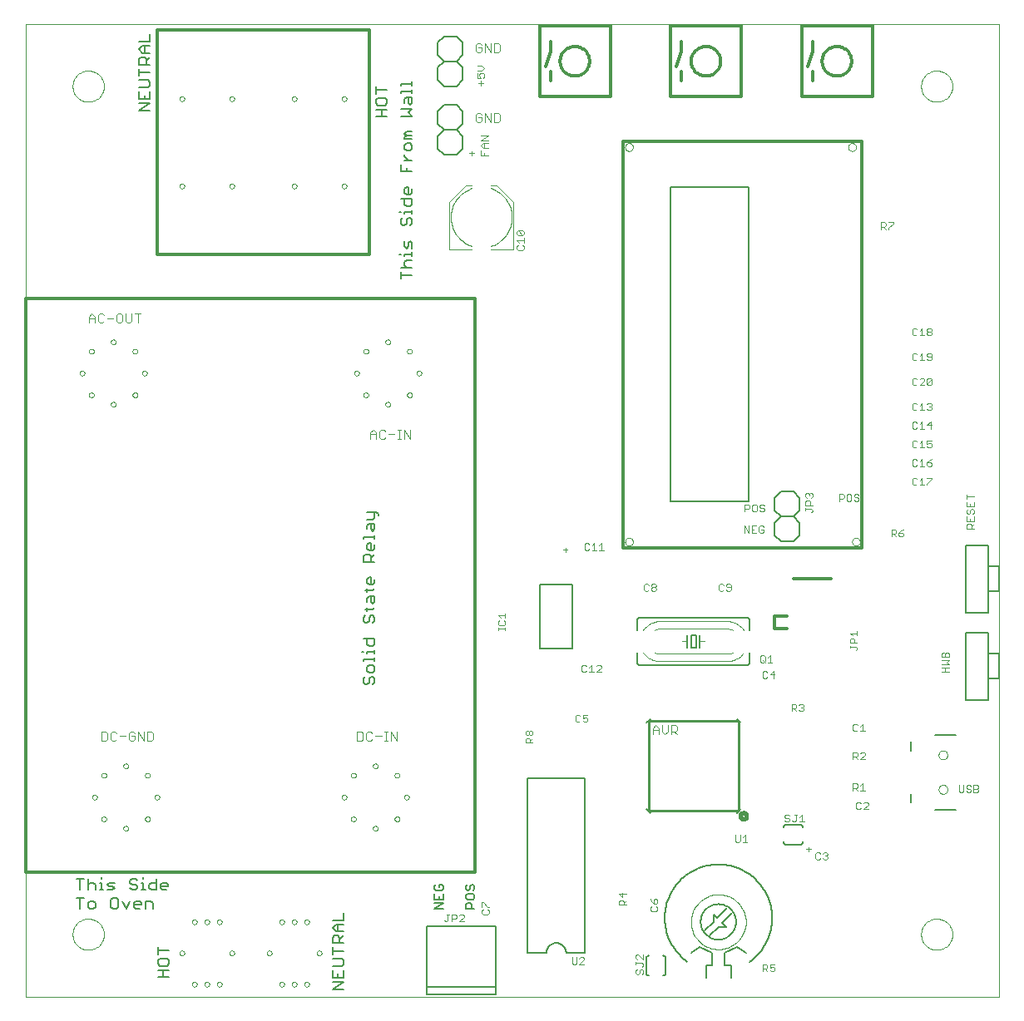
<source format=gto>
G75*
G70*
%OFA0B0*%
%FSLAX24Y24*%
%IPPOS*%
%LPD*%
%AMOC8*
5,1,8,0,0,1.08239X$1,22.5*
%
%ADD10C,0.0000*%
%ADD11C,0.0120*%
%ADD12C,0.0040*%
%ADD13C,0.0050*%
%ADD14C,0.0060*%
%ADD15C,0.0100*%
%ADD16C,0.0080*%
%ADD17C,0.0160*%
%ADD18C,0.0020*%
%ADD19C,0.0030*%
D10*
X000504Y000161D02*
X000504Y039161D01*
X039504Y039161D01*
X039504Y000161D01*
X000504Y000161D01*
X002379Y002661D02*
X002381Y002711D01*
X002387Y002760D01*
X002397Y002809D01*
X002410Y002856D01*
X002428Y002903D01*
X002449Y002948D01*
X002473Y002991D01*
X002501Y003032D01*
X002532Y003071D01*
X002566Y003107D01*
X002603Y003141D01*
X002643Y003171D01*
X002684Y003198D01*
X002728Y003222D01*
X002773Y003242D01*
X002820Y003258D01*
X002868Y003271D01*
X002917Y003280D01*
X002967Y003285D01*
X003016Y003286D01*
X003066Y003283D01*
X003115Y003276D01*
X003164Y003265D01*
X003211Y003251D01*
X003257Y003232D01*
X003302Y003210D01*
X003345Y003185D01*
X003385Y003156D01*
X003423Y003124D01*
X003459Y003090D01*
X003492Y003052D01*
X003521Y003012D01*
X003547Y002970D01*
X003570Y002926D01*
X003589Y002880D01*
X003605Y002833D01*
X003617Y002784D01*
X003625Y002735D01*
X003629Y002686D01*
X003629Y002636D01*
X003625Y002587D01*
X003617Y002538D01*
X003605Y002489D01*
X003589Y002442D01*
X003570Y002396D01*
X003547Y002352D01*
X003521Y002310D01*
X003492Y002270D01*
X003459Y002232D01*
X003423Y002198D01*
X003385Y002166D01*
X003345Y002137D01*
X003302Y002112D01*
X003257Y002090D01*
X003211Y002071D01*
X003164Y002057D01*
X003115Y002046D01*
X003066Y002039D01*
X003016Y002036D01*
X002967Y002037D01*
X002917Y002042D01*
X002868Y002051D01*
X002820Y002064D01*
X002773Y002080D01*
X002728Y002100D01*
X002684Y002124D01*
X002643Y002151D01*
X002603Y002181D01*
X002566Y002215D01*
X002532Y002251D01*
X002501Y002290D01*
X002473Y002331D01*
X002449Y002374D01*
X002428Y002419D01*
X002410Y002466D01*
X002397Y002513D01*
X002387Y002562D01*
X002381Y002611D01*
X002379Y002661D01*
X004406Y006911D02*
X004408Y006930D01*
X004413Y006949D01*
X004423Y006965D01*
X004435Y006980D01*
X004450Y006992D01*
X004466Y007002D01*
X004485Y007007D01*
X004504Y007009D01*
X004523Y007007D01*
X004542Y007002D01*
X004558Y006992D01*
X004573Y006980D01*
X004585Y006965D01*
X004595Y006949D01*
X004600Y006930D01*
X004602Y006911D01*
X004600Y006892D01*
X004595Y006873D01*
X004585Y006857D01*
X004573Y006842D01*
X004558Y006830D01*
X004542Y006820D01*
X004523Y006815D01*
X004504Y006813D01*
X004485Y006815D01*
X004466Y006820D01*
X004450Y006830D01*
X004435Y006842D01*
X004423Y006857D01*
X004413Y006873D01*
X004408Y006892D01*
X004406Y006911D01*
X003531Y007286D02*
X003533Y007305D01*
X003538Y007324D01*
X003548Y007340D01*
X003560Y007355D01*
X003575Y007367D01*
X003591Y007377D01*
X003610Y007382D01*
X003629Y007384D01*
X003648Y007382D01*
X003667Y007377D01*
X003683Y007367D01*
X003698Y007355D01*
X003710Y007340D01*
X003720Y007324D01*
X003725Y007305D01*
X003727Y007286D01*
X003725Y007267D01*
X003720Y007248D01*
X003710Y007232D01*
X003698Y007217D01*
X003683Y007205D01*
X003667Y007195D01*
X003648Y007190D01*
X003629Y007188D01*
X003610Y007190D01*
X003591Y007195D01*
X003575Y007205D01*
X003560Y007217D01*
X003548Y007232D01*
X003538Y007248D01*
X003533Y007267D01*
X003531Y007286D01*
X003156Y008161D02*
X003158Y008180D01*
X003163Y008199D01*
X003173Y008215D01*
X003185Y008230D01*
X003200Y008242D01*
X003216Y008252D01*
X003235Y008257D01*
X003254Y008259D01*
X003273Y008257D01*
X003292Y008252D01*
X003308Y008242D01*
X003323Y008230D01*
X003335Y008215D01*
X003345Y008199D01*
X003350Y008180D01*
X003352Y008161D01*
X003350Y008142D01*
X003345Y008123D01*
X003335Y008107D01*
X003323Y008092D01*
X003308Y008080D01*
X003292Y008070D01*
X003273Y008065D01*
X003254Y008063D01*
X003235Y008065D01*
X003216Y008070D01*
X003200Y008080D01*
X003185Y008092D01*
X003173Y008107D01*
X003163Y008123D01*
X003158Y008142D01*
X003156Y008161D01*
X003531Y009036D02*
X003533Y009055D01*
X003538Y009074D01*
X003548Y009090D01*
X003560Y009105D01*
X003575Y009117D01*
X003591Y009127D01*
X003610Y009132D01*
X003629Y009134D01*
X003648Y009132D01*
X003667Y009127D01*
X003683Y009117D01*
X003698Y009105D01*
X003710Y009090D01*
X003720Y009074D01*
X003725Y009055D01*
X003727Y009036D01*
X003725Y009017D01*
X003720Y008998D01*
X003710Y008982D01*
X003698Y008967D01*
X003683Y008955D01*
X003667Y008945D01*
X003648Y008940D01*
X003629Y008938D01*
X003610Y008940D01*
X003591Y008945D01*
X003575Y008955D01*
X003560Y008967D01*
X003548Y008982D01*
X003538Y008998D01*
X003533Y009017D01*
X003531Y009036D01*
X004406Y009411D02*
X004408Y009430D01*
X004413Y009449D01*
X004423Y009465D01*
X004435Y009480D01*
X004450Y009492D01*
X004466Y009502D01*
X004485Y009507D01*
X004504Y009509D01*
X004523Y009507D01*
X004542Y009502D01*
X004558Y009492D01*
X004573Y009480D01*
X004585Y009465D01*
X004595Y009449D01*
X004600Y009430D01*
X004602Y009411D01*
X004600Y009392D01*
X004595Y009373D01*
X004585Y009357D01*
X004573Y009342D01*
X004558Y009330D01*
X004542Y009320D01*
X004523Y009315D01*
X004504Y009313D01*
X004485Y009315D01*
X004466Y009320D01*
X004450Y009330D01*
X004435Y009342D01*
X004423Y009357D01*
X004413Y009373D01*
X004408Y009392D01*
X004406Y009411D01*
X005281Y009036D02*
X005283Y009055D01*
X005288Y009074D01*
X005298Y009090D01*
X005310Y009105D01*
X005325Y009117D01*
X005341Y009127D01*
X005360Y009132D01*
X005379Y009134D01*
X005398Y009132D01*
X005417Y009127D01*
X005433Y009117D01*
X005448Y009105D01*
X005460Y009090D01*
X005470Y009074D01*
X005475Y009055D01*
X005477Y009036D01*
X005475Y009017D01*
X005470Y008998D01*
X005460Y008982D01*
X005448Y008967D01*
X005433Y008955D01*
X005417Y008945D01*
X005398Y008940D01*
X005379Y008938D01*
X005360Y008940D01*
X005341Y008945D01*
X005325Y008955D01*
X005310Y008967D01*
X005298Y008982D01*
X005288Y008998D01*
X005283Y009017D01*
X005281Y009036D01*
X005656Y008161D02*
X005658Y008180D01*
X005663Y008199D01*
X005673Y008215D01*
X005685Y008230D01*
X005700Y008242D01*
X005716Y008252D01*
X005735Y008257D01*
X005754Y008259D01*
X005773Y008257D01*
X005792Y008252D01*
X005808Y008242D01*
X005823Y008230D01*
X005835Y008215D01*
X005845Y008199D01*
X005850Y008180D01*
X005852Y008161D01*
X005850Y008142D01*
X005845Y008123D01*
X005835Y008107D01*
X005823Y008092D01*
X005808Y008080D01*
X005792Y008070D01*
X005773Y008065D01*
X005754Y008063D01*
X005735Y008065D01*
X005716Y008070D01*
X005700Y008080D01*
X005685Y008092D01*
X005673Y008107D01*
X005663Y008123D01*
X005658Y008142D01*
X005656Y008161D01*
X005281Y007286D02*
X005283Y007305D01*
X005288Y007324D01*
X005298Y007340D01*
X005310Y007355D01*
X005325Y007367D01*
X005341Y007377D01*
X005360Y007382D01*
X005379Y007384D01*
X005398Y007382D01*
X005417Y007377D01*
X005433Y007367D01*
X005448Y007355D01*
X005460Y007340D01*
X005470Y007324D01*
X005475Y007305D01*
X005477Y007286D01*
X005475Y007267D01*
X005470Y007248D01*
X005460Y007232D01*
X005448Y007217D01*
X005433Y007205D01*
X005417Y007195D01*
X005398Y007190D01*
X005379Y007188D01*
X005360Y007190D01*
X005341Y007195D01*
X005325Y007205D01*
X005310Y007217D01*
X005298Y007232D01*
X005288Y007248D01*
X005283Y007267D01*
X005281Y007286D01*
X007156Y003161D02*
X007158Y003180D01*
X007163Y003199D01*
X007173Y003215D01*
X007185Y003230D01*
X007200Y003242D01*
X007216Y003252D01*
X007235Y003257D01*
X007254Y003259D01*
X007273Y003257D01*
X007292Y003252D01*
X007308Y003242D01*
X007323Y003230D01*
X007335Y003215D01*
X007345Y003199D01*
X007350Y003180D01*
X007352Y003161D01*
X007350Y003142D01*
X007345Y003123D01*
X007335Y003107D01*
X007323Y003092D01*
X007308Y003080D01*
X007292Y003070D01*
X007273Y003065D01*
X007254Y003063D01*
X007235Y003065D01*
X007216Y003070D01*
X007200Y003080D01*
X007185Y003092D01*
X007173Y003107D01*
X007163Y003123D01*
X007158Y003142D01*
X007156Y003161D01*
X007656Y003161D02*
X007658Y003180D01*
X007663Y003199D01*
X007673Y003215D01*
X007685Y003230D01*
X007700Y003242D01*
X007716Y003252D01*
X007735Y003257D01*
X007754Y003259D01*
X007773Y003257D01*
X007792Y003252D01*
X007808Y003242D01*
X007823Y003230D01*
X007835Y003215D01*
X007845Y003199D01*
X007850Y003180D01*
X007852Y003161D01*
X007850Y003142D01*
X007845Y003123D01*
X007835Y003107D01*
X007823Y003092D01*
X007808Y003080D01*
X007792Y003070D01*
X007773Y003065D01*
X007754Y003063D01*
X007735Y003065D01*
X007716Y003070D01*
X007700Y003080D01*
X007685Y003092D01*
X007673Y003107D01*
X007663Y003123D01*
X007658Y003142D01*
X007656Y003161D01*
X008156Y003161D02*
X008158Y003180D01*
X008163Y003199D01*
X008173Y003215D01*
X008185Y003230D01*
X008200Y003242D01*
X008216Y003252D01*
X008235Y003257D01*
X008254Y003259D01*
X008273Y003257D01*
X008292Y003252D01*
X008308Y003242D01*
X008323Y003230D01*
X008335Y003215D01*
X008345Y003199D01*
X008350Y003180D01*
X008352Y003161D01*
X008350Y003142D01*
X008345Y003123D01*
X008335Y003107D01*
X008323Y003092D01*
X008308Y003080D01*
X008292Y003070D01*
X008273Y003065D01*
X008254Y003063D01*
X008235Y003065D01*
X008216Y003070D01*
X008200Y003080D01*
X008185Y003092D01*
X008173Y003107D01*
X008163Y003123D01*
X008158Y003142D01*
X008156Y003161D01*
X008656Y001911D02*
X008658Y001930D01*
X008663Y001949D01*
X008673Y001965D01*
X008685Y001980D01*
X008700Y001992D01*
X008716Y002002D01*
X008735Y002007D01*
X008754Y002009D01*
X008773Y002007D01*
X008792Y002002D01*
X008808Y001992D01*
X008823Y001980D01*
X008835Y001965D01*
X008845Y001949D01*
X008850Y001930D01*
X008852Y001911D01*
X008850Y001892D01*
X008845Y001873D01*
X008835Y001857D01*
X008823Y001842D01*
X008808Y001830D01*
X008792Y001820D01*
X008773Y001815D01*
X008754Y001813D01*
X008735Y001815D01*
X008716Y001820D01*
X008700Y001830D01*
X008685Y001842D01*
X008673Y001857D01*
X008663Y001873D01*
X008658Y001892D01*
X008656Y001911D01*
X008156Y000661D02*
X008158Y000680D01*
X008163Y000699D01*
X008173Y000715D01*
X008185Y000730D01*
X008200Y000742D01*
X008216Y000752D01*
X008235Y000757D01*
X008254Y000759D01*
X008273Y000757D01*
X008292Y000752D01*
X008308Y000742D01*
X008323Y000730D01*
X008335Y000715D01*
X008345Y000699D01*
X008350Y000680D01*
X008352Y000661D01*
X008350Y000642D01*
X008345Y000623D01*
X008335Y000607D01*
X008323Y000592D01*
X008308Y000580D01*
X008292Y000570D01*
X008273Y000565D01*
X008254Y000563D01*
X008235Y000565D01*
X008216Y000570D01*
X008200Y000580D01*
X008185Y000592D01*
X008173Y000607D01*
X008163Y000623D01*
X008158Y000642D01*
X008156Y000661D01*
X007656Y000661D02*
X007658Y000680D01*
X007663Y000699D01*
X007673Y000715D01*
X007685Y000730D01*
X007700Y000742D01*
X007716Y000752D01*
X007735Y000757D01*
X007754Y000759D01*
X007773Y000757D01*
X007792Y000752D01*
X007808Y000742D01*
X007823Y000730D01*
X007835Y000715D01*
X007845Y000699D01*
X007850Y000680D01*
X007852Y000661D01*
X007850Y000642D01*
X007845Y000623D01*
X007835Y000607D01*
X007823Y000592D01*
X007808Y000580D01*
X007792Y000570D01*
X007773Y000565D01*
X007754Y000563D01*
X007735Y000565D01*
X007716Y000570D01*
X007700Y000580D01*
X007685Y000592D01*
X007673Y000607D01*
X007663Y000623D01*
X007658Y000642D01*
X007656Y000661D01*
X007156Y000661D02*
X007158Y000680D01*
X007163Y000699D01*
X007173Y000715D01*
X007185Y000730D01*
X007200Y000742D01*
X007216Y000752D01*
X007235Y000757D01*
X007254Y000759D01*
X007273Y000757D01*
X007292Y000752D01*
X007308Y000742D01*
X007323Y000730D01*
X007335Y000715D01*
X007345Y000699D01*
X007350Y000680D01*
X007352Y000661D01*
X007350Y000642D01*
X007345Y000623D01*
X007335Y000607D01*
X007323Y000592D01*
X007308Y000580D01*
X007292Y000570D01*
X007273Y000565D01*
X007254Y000563D01*
X007235Y000565D01*
X007216Y000570D01*
X007200Y000580D01*
X007185Y000592D01*
X007173Y000607D01*
X007163Y000623D01*
X007158Y000642D01*
X007156Y000661D01*
X006656Y001911D02*
X006658Y001930D01*
X006663Y001949D01*
X006673Y001965D01*
X006685Y001980D01*
X006700Y001992D01*
X006716Y002002D01*
X006735Y002007D01*
X006754Y002009D01*
X006773Y002007D01*
X006792Y002002D01*
X006808Y001992D01*
X006823Y001980D01*
X006835Y001965D01*
X006845Y001949D01*
X006850Y001930D01*
X006852Y001911D01*
X006850Y001892D01*
X006845Y001873D01*
X006835Y001857D01*
X006823Y001842D01*
X006808Y001830D01*
X006792Y001820D01*
X006773Y001815D01*
X006754Y001813D01*
X006735Y001815D01*
X006716Y001820D01*
X006700Y001830D01*
X006685Y001842D01*
X006673Y001857D01*
X006663Y001873D01*
X006658Y001892D01*
X006656Y001911D01*
X010156Y001911D02*
X010158Y001930D01*
X010163Y001949D01*
X010173Y001965D01*
X010185Y001980D01*
X010200Y001992D01*
X010216Y002002D01*
X010235Y002007D01*
X010254Y002009D01*
X010273Y002007D01*
X010292Y002002D01*
X010308Y001992D01*
X010323Y001980D01*
X010335Y001965D01*
X010345Y001949D01*
X010350Y001930D01*
X010352Y001911D01*
X010350Y001892D01*
X010345Y001873D01*
X010335Y001857D01*
X010323Y001842D01*
X010308Y001830D01*
X010292Y001820D01*
X010273Y001815D01*
X010254Y001813D01*
X010235Y001815D01*
X010216Y001820D01*
X010200Y001830D01*
X010185Y001842D01*
X010173Y001857D01*
X010163Y001873D01*
X010158Y001892D01*
X010156Y001911D01*
X010656Y000661D02*
X010658Y000680D01*
X010663Y000699D01*
X010673Y000715D01*
X010685Y000730D01*
X010700Y000742D01*
X010716Y000752D01*
X010735Y000757D01*
X010754Y000759D01*
X010773Y000757D01*
X010792Y000752D01*
X010808Y000742D01*
X010823Y000730D01*
X010835Y000715D01*
X010845Y000699D01*
X010850Y000680D01*
X010852Y000661D01*
X010850Y000642D01*
X010845Y000623D01*
X010835Y000607D01*
X010823Y000592D01*
X010808Y000580D01*
X010792Y000570D01*
X010773Y000565D01*
X010754Y000563D01*
X010735Y000565D01*
X010716Y000570D01*
X010700Y000580D01*
X010685Y000592D01*
X010673Y000607D01*
X010663Y000623D01*
X010658Y000642D01*
X010656Y000661D01*
X011156Y000661D02*
X011158Y000680D01*
X011163Y000699D01*
X011173Y000715D01*
X011185Y000730D01*
X011200Y000742D01*
X011216Y000752D01*
X011235Y000757D01*
X011254Y000759D01*
X011273Y000757D01*
X011292Y000752D01*
X011308Y000742D01*
X011323Y000730D01*
X011335Y000715D01*
X011345Y000699D01*
X011350Y000680D01*
X011352Y000661D01*
X011350Y000642D01*
X011345Y000623D01*
X011335Y000607D01*
X011323Y000592D01*
X011308Y000580D01*
X011292Y000570D01*
X011273Y000565D01*
X011254Y000563D01*
X011235Y000565D01*
X011216Y000570D01*
X011200Y000580D01*
X011185Y000592D01*
X011173Y000607D01*
X011163Y000623D01*
X011158Y000642D01*
X011156Y000661D01*
X011656Y000661D02*
X011658Y000680D01*
X011663Y000699D01*
X011673Y000715D01*
X011685Y000730D01*
X011700Y000742D01*
X011716Y000752D01*
X011735Y000757D01*
X011754Y000759D01*
X011773Y000757D01*
X011792Y000752D01*
X011808Y000742D01*
X011823Y000730D01*
X011835Y000715D01*
X011845Y000699D01*
X011850Y000680D01*
X011852Y000661D01*
X011850Y000642D01*
X011845Y000623D01*
X011835Y000607D01*
X011823Y000592D01*
X011808Y000580D01*
X011792Y000570D01*
X011773Y000565D01*
X011754Y000563D01*
X011735Y000565D01*
X011716Y000570D01*
X011700Y000580D01*
X011685Y000592D01*
X011673Y000607D01*
X011663Y000623D01*
X011658Y000642D01*
X011656Y000661D01*
X012156Y001911D02*
X012158Y001930D01*
X012163Y001949D01*
X012173Y001965D01*
X012185Y001980D01*
X012200Y001992D01*
X012216Y002002D01*
X012235Y002007D01*
X012254Y002009D01*
X012273Y002007D01*
X012292Y002002D01*
X012308Y001992D01*
X012323Y001980D01*
X012335Y001965D01*
X012345Y001949D01*
X012350Y001930D01*
X012352Y001911D01*
X012350Y001892D01*
X012345Y001873D01*
X012335Y001857D01*
X012323Y001842D01*
X012308Y001830D01*
X012292Y001820D01*
X012273Y001815D01*
X012254Y001813D01*
X012235Y001815D01*
X012216Y001820D01*
X012200Y001830D01*
X012185Y001842D01*
X012173Y001857D01*
X012163Y001873D01*
X012158Y001892D01*
X012156Y001911D01*
X011656Y003161D02*
X011658Y003180D01*
X011663Y003199D01*
X011673Y003215D01*
X011685Y003230D01*
X011700Y003242D01*
X011716Y003252D01*
X011735Y003257D01*
X011754Y003259D01*
X011773Y003257D01*
X011792Y003252D01*
X011808Y003242D01*
X011823Y003230D01*
X011835Y003215D01*
X011845Y003199D01*
X011850Y003180D01*
X011852Y003161D01*
X011850Y003142D01*
X011845Y003123D01*
X011835Y003107D01*
X011823Y003092D01*
X011808Y003080D01*
X011792Y003070D01*
X011773Y003065D01*
X011754Y003063D01*
X011735Y003065D01*
X011716Y003070D01*
X011700Y003080D01*
X011685Y003092D01*
X011673Y003107D01*
X011663Y003123D01*
X011658Y003142D01*
X011656Y003161D01*
X011156Y003161D02*
X011158Y003180D01*
X011163Y003199D01*
X011173Y003215D01*
X011185Y003230D01*
X011200Y003242D01*
X011216Y003252D01*
X011235Y003257D01*
X011254Y003259D01*
X011273Y003257D01*
X011292Y003252D01*
X011308Y003242D01*
X011323Y003230D01*
X011335Y003215D01*
X011345Y003199D01*
X011350Y003180D01*
X011352Y003161D01*
X011350Y003142D01*
X011345Y003123D01*
X011335Y003107D01*
X011323Y003092D01*
X011308Y003080D01*
X011292Y003070D01*
X011273Y003065D01*
X011254Y003063D01*
X011235Y003065D01*
X011216Y003070D01*
X011200Y003080D01*
X011185Y003092D01*
X011173Y003107D01*
X011163Y003123D01*
X011158Y003142D01*
X011156Y003161D01*
X010656Y003161D02*
X010658Y003180D01*
X010663Y003199D01*
X010673Y003215D01*
X010685Y003230D01*
X010700Y003242D01*
X010716Y003252D01*
X010735Y003257D01*
X010754Y003259D01*
X010773Y003257D01*
X010792Y003252D01*
X010808Y003242D01*
X010823Y003230D01*
X010835Y003215D01*
X010845Y003199D01*
X010850Y003180D01*
X010852Y003161D01*
X010850Y003142D01*
X010845Y003123D01*
X010835Y003107D01*
X010823Y003092D01*
X010808Y003080D01*
X010792Y003070D01*
X010773Y003065D01*
X010754Y003063D01*
X010735Y003065D01*
X010716Y003070D01*
X010700Y003080D01*
X010685Y003092D01*
X010673Y003107D01*
X010663Y003123D01*
X010658Y003142D01*
X010656Y003161D01*
X013531Y007286D02*
X013533Y007305D01*
X013538Y007324D01*
X013548Y007340D01*
X013560Y007355D01*
X013575Y007367D01*
X013591Y007377D01*
X013610Y007382D01*
X013629Y007384D01*
X013648Y007382D01*
X013667Y007377D01*
X013683Y007367D01*
X013698Y007355D01*
X013710Y007340D01*
X013720Y007324D01*
X013725Y007305D01*
X013727Y007286D01*
X013725Y007267D01*
X013720Y007248D01*
X013710Y007232D01*
X013698Y007217D01*
X013683Y007205D01*
X013667Y007195D01*
X013648Y007190D01*
X013629Y007188D01*
X013610Y007190D01*
X013591Y007195D01*
X013575Y007205D01*
X013560Y007217D01*
X013548Y007232D01*
X013538Y007248D01*
X013533Y007267D01*
X013531Y007286D01*
X013156Y008161D02*
X013158Y008180D01*
X013163Y008199D01*
X013173Y008215D01*
X013185Y008230D01*
X013200Y008242D01*
X013216Y008252D01*
X013235Y008257D01*
X013254Y008259D01*
X013273Y008257D01*
X013292Y008252D01*
X013308Y008242D01*
X013323Y008230D01*
X013335Y008215D01*
X013345Y008199D01*
X013350Y008180D01*
X013352Y008161D01*
X013350Y008142D01*
X013345Y008123D01*
X013335Y008107D01*
X013323Y008092D01*
X013308Y008080D01*
X013292Y008070D01*
X013273Y008065D01*
X013254Y008063D01*
X013235Y008065D01*
X013216Y008070D01*
X013200Y008080D01*
X013185Y008092D01*
X013173Y008107D01*
X013163Y008123D01*
X013158Y008142D01*
X013156Y008161D01*
X013531Y009036D02*
X013533Y009055D01*
X013538Y009074D01*
X013548Y009090D01*
X013560Y009105D01*
X013575Y009117D01*
X013591Y009127D01*
X013610Y009132D01*
X013629Y009134D01*
X013648Y009132D01*
X013667Y009127D01*
X013683Y009117D01*
X013698Y009105D01*
X013710Y009090D01*
X013720Y009074D01*
X013725Y009055D01*
X013727Y009036D01*
X013725Y009017D01*
X013720Y008998D01*
X013710Y008982D01*
X013698Y008967D01*
X013683Y008955D01*
X013667Y008945D01*
X013648Y008940D01*
X013629Y008938D01*
X013610Y008940D01*
X013591Y008945D01*
X013575Y008955D01*
X013560Y008967D01*
X013548Y008982D01*
X013538Y008998D01*
X013533Y009017D01*
X013531Y009036D01*
X014406Y009411D02*
X014408Y009430D01*
X014413Y009449D01*
X014423Y009465D01*
X014435Y009480D01*
X014450Y009492D01*
X014466Y009502D01*
X014485Y009507D01*
X014504Y009509D01*
X014523Y009507D01*
X014542Y009502D01*
X014558Y009492D01*
X014573Y009480D01*
X014585Y009465D01*
X014595Y009449D01*
X014600Y009430D01*
X014602Y009411D01*
X014600Y009392D01*
X014595Y009373D01*
X014585Y009357D01*
X014573Y009342D01*
X014558Y009330D01*
X014542Y009320D01*
X014523Y009315D01*
X014504Y009313D01*
X014485Y009315D01*
X014466Y009320D01*
X014450Y009330D01*
X014435Y009342D01*
X014423Y009357D01*
X014413Y009373D01*
X014408Y009392D01*
X014406Y009411D01*
X015281Y009036D02*
X015283Y009055D01*
X015288Y009074D01*
X015298Y009090D01*
X015310Y009105D01*
X015325Y009117D01*
X015341Y009127D01*
X015360Y009132D01*
X015379Y009134D01*
X015398Y009132D01*
X015417Y009127D01*
X015433Y009117D01*
X015448Y009105D01*
X015460Y009090D01*
X015470Y009074D01*
X015475Y009055D01*
X015477Y009036D01*
X015475Y009017D01*
X015470Y008998D01*
X015460Y008982D01*
X015448Y008967D01*
X015433Y008955D01*
X015417Y008945D01*
X015398Y008940D01*
X015379Y008938D01*
X015360Y008940D01*
X015341Y008945D01*
X015325Y008955D01*
X015310Y008967D01*
X015298Y008982D01*
X015288Y008998D01*
X015283Y009017D01*
X015281Y009036D01*
X015656Y008161D02*
X015658Y008180D01*
X015663Y008199D01*
X015673Y008215D01*
X015685Y008230D01*
X015700Y008242D01*
X015716Y008252D01*
X015735Y008257D01*
X015754Y008259D01*
X015773Y008257D01*
X015792Y008252D01*
X015808Y008242D01*
X015823Y008230D01*
X015835Y008215D01*
X015845Y008199D01*
X015850Y008180D01*
X015852Y008161D01*
X015850Y008142D01*
X015845Y008123D01*
X015835Y008107D01*
X015823Y008092D01*
X015808Y008080D01*
X015792Y008070D01*
X015773Y008065D01*
X015754Y008063D01*
X015735Y008065D01*
X015716Y008070D01*
X015700Y008080D01*
X015685Y008092D01*
X015673Y008107D01*
X015663Y008123D01*
X015658Y008142D01*
X015656Y008161D01*
X015281Y007286D02*
X015283Y007305D01*
X015288Y007324D01*
X015298Y007340D01*
X015310Y007355D01*
X015325Y007367D01*
X015341Y007377D01*
X015360Y007382D01*
X015379Y007384D01*
X015398Y007382D01*
X015417Y007377D01*
X015433Y007367D01*
X015448Y007355D01*
X015460Y007340D01*
X015470Y007324D01*
X015475Y007305D01*
X015477Y007286D01*
X015475Y007267D01*
X015470Y007248D01*
X015460Y007232D01*
X015448Y007217D01*
X015433Y007205D01*
X015417Y007195D01*
X015398Y007190D01*
X015379Y007188D01*
X015360Y007190D01*
X015341Y007195D01*
X015325Y007205D01*
X015310Y007217D01*
X015298Y007232D01*
X015288Y007248D01*
X015283Y007267D01*
X015281Y007286D01*
X014406Y006911D02*
X014408Y006930D01*
X014413Y006949D01*
X014423Y006965D01*
X014435Y006980D01*
X014450Y006992D01*
X014466Y007002D01*
X014485Y007007D01*
X014504Y007009D01*
X014523Y007007D01*
X014542Y007002D01*
X014558Y006992D01*
X014573Y006980D01*
X014585Y006965D01*
X014595Y006949D01*
X014600Y006930D01*
X014602Y006911D01*
X014600Y006892D01*
X014595Y006873D01*
X014585Y006857D01*
X014573Y006842D01*
X014558Y006830D01*
X014542Y006820D01*
X014523Y006815D01*
X014504Y006813D01*
X014485Y006815D01*
X014466Y006820D01*
X014450Y006830D01*
X014435Y006842D01*
X014423Y006857D01*
X014413Y006873D01*
X014408Y006892D01*
X014406Y006911D01*
X024516Y018397D02*
X024518Y018422D01*
X024524Y018446D01*
X024533Y018468D01*
X024546Y018489D01*
X024562Y018508D01*
X024581Y018524D01*
X024602Y018537D01*
X024624Y018546D01*
X024648Y018552D01*
X024673Y018554D01*
X024698Y018552D01*
X024722Y018546D01*
X024744Y018537D01*
X024765Y018524D01*
X024784Y018508D01*
X024800Y018489D01*
X024813Y018468D01*
X024822Y018446D01*
X024828Y018422D01*
X024830Y018397D01*
X024828Y018372D01*
X024822Y018348D01*
X024813Y018326D01*
X024800Y018305D01*
X024784Y018286D01*
X024765Y018270D01*
X024744Y018257D01*
X024722Y018248D01*
X024698Y018242D01*
X024673Y018240D01*
X024648Y018242D01*
X024624Y018248D01*
X024602Y018257D01*
X024581Y018270D01*
X024562Y018286D01*
X024546Y018305D01*
X024533Y018326D01*
X024524Y018348D01*
X024518Y018372D01*
X024516Y018397D01*
X016156Y025161D02*
X016158Y025180D01*
X016163Y025199D01*
X016173Y025215D01*
X016185Y025230D01*
X016200Y025242D01*
X016216Y025252D01*
X016235Y025257D01*
X016254Y025259D01*
X016273Y025257D01*
X016292Y025252D01*
X016308Y025242D01*
X016323Y025230D01*
X016335Y025215D01*
X016345Y025199D01*
X016350Y025180D01*
X016352Y025161D01*
X016350Y025142D01*
X016345Y025123D01*
X016335Y025107D01*
X016323Y025092D01*
X016308Y025080D01*
X016292Y025070D01*
X016273Y025065D01*
X016254Y025063D01*
X016235Y025065D01*
X016216Y025070D01*
X016200Y025080D01*
X016185Y025092D01*
X016173Y025107D01*
X016163Y025123D01*
X016158Y025142D01*
X016156Y025161D01*
X015781Y024286D02*
X015783Y024305D01*
X015788Y024324D01*
X015798Y024340D01*
X015810Y024355D01*
X015825Y024367D01*
X015841Y024377D01*
X015860Y024382D01*
X015879Y024384D01*
X015898Y024382D01*
X015917Y024377D01*
X015933Y024367D01*
X015948Y024355D01*
X015960Y024340D01*
X015970Y024324D01*
X015975Y024305D01*
X015977Y024286D01*
X015975Y024267D01*
X015970Y024248D01*
X015960Y024232D01*
X015948Y024217D01*
X015933Y024205D01*
X015917Y024195D01*
X015898Y024190D01*
X015879Y024188D01*
X015860Y024190D01*
X015841Y024195D01*
X015825Y024205D01*
X015810Y024217D01*
X015798Y024232D01*
X015788Y024248D01*
X015783Y024267D01*
X015781Y024286D01*
X014906Y023911D02*
X014908Y023930D01*
X014913Y023949D01*
X014923Y023965D01*
X014935Y023980D01*
X014950Y023992D01*
X014966Y024002D01*
X014985Y024007D01*
X015004Y024009D01*
X015023Y024007D01*
X015042Y024002D01*
X015058Y023992D01*
X015073Y023980D01*
X015085Y023965D01*
X015095Y023949D01*
X015100Y023930D01*
X015102Y023911D01*
X015100Y023892D01*
X015095Y023873D01*
X015085Y023857D01*
X015073Y023842D01*
X015058Y023830D01*
X015042Y023820D01*
X015023Y023815D01*
X015004Y023813D01*
X014985Y023815D01*
X014966Y023820D01*
X014950Y023830D01*
X014935Y023842D01*
X014923Y023857D01*
X014913Y023873D01*
X014908Y023892D01*
X014906Y023911D01*
X014031Y024286D02*
X014033Y024305D01*
X014038Y024324D01*
X014048Y024340D01*
X014060Y024355D01*
X014075Y024367D01*
X014091Y024377D01*
X014110Y024382D01*
X014129Y024384D01*
X014148Y024382D01*
X014167Y024377D01*
X014183Y024367D01*
X014198Y024355D01*
X014210Y024340D01*
X014220Y024324D01*
X014225Y024305D01*
X014227Y024286D01*
X014225Y024267D01*
X014220Y024248D01*
X014210Y024232D01*
X014198Y024217D01*
X014183Y024205D01*
X014167Y024195D01*
X014148Y024190D01*
X014129Y024188D01*
X014110Y024190D01*
X014091Y024195D01*
X014075Y024205D01*
X014060Y024217D01*
X014048Y024232D01*
X014038Y024248D01*
X014033Y024267D01*
X014031Y024286D01*
X013656Y025161D02*
X013658Y025180D01*
X013663Y025199D01*
X013673Y025215D01*
X013685Y025230D01*
X013700Y025242D01*
X013716Y025252D01*
X013735Y025257D01*
X013754Y025259D01*
X013773Y025257D01*
X013792Y025252D01*
X013808Y025242D01*
X013823Y025230D01*
X013835Y025215D01*
X013845Y025199D01*
X013850Y025180D01*
X013852Y025161D01*
X013850Y025142D01*
X013845Y025123D01*
X013835Y025107D01*
X013823Y025092D01*
X013808Y025080D01*
X013792Y025070D01*
X013773Y025065D01*
X013754Y025063D01*
X013735Y025065D01*
X013716Y025070D01*
X013700Y025080D01*
X013685Y025092D01*
X013673Y025107D01*
X013663Y025123D01*
X013658Y025142D01*
X013656Y025161D01*
X014031Y026036D02*
X014033Y026055D01*
X014038Y026074D01*
X014048Y026090D01*
X014060Y026105D01*
X014075Y026117D01*
X014091Y026127D01*
X014110Y026132D01*
X014129Y026134D01*
X014148Y026132D01*
X014167Y026127D01*
X014183Y026117D01*
X014198Y026105D01*
X014210Y026090D01*
X014220Y026074D01*
X014225Y026055D01*
X014227Y026036D01*
X014225Y026017D01*
X014220Y025998D01*
X014210Y025982D01*
X014198Y025967D01*
X014183Y025955D01*
X014167Y025945D01*
X014148Y025940D01*
X014129Y025938D01*
X014110Y025940D01*
X014091Y025945D01*
X014075Y025955D01*
X014060Y025967D01*
X014048Y025982D01*
X014038Y025998D01*
X014033Y026017D01*
X014031Y026036D01*
X014906Y026411D02*
X014908Y026430D01*
X014913Y026449D01*
X014923Y026465D01*
X014935Y026480D01*
X014950Y026492D01*
X014966Y026502D01*
X014985Y026507D01*
X015004Y026509D01*
X015023Y026507D01*
X015042Y026502D01*
X015058Y026492D01*
X015073Y026480D01*
X015085Y026465D01*
X015095Y026449D01*
X015100Y026430D01*
X015102Y026411D01*
X015100Y026392D01*
X015095Y026373D01*
X015085Y026357D01*
X015073Y026342D01*
X015058Y026330D01*
X015042Y026320D01*
X015023Y026315D01*
X015004Y026313D01*
X014985Y026315D01*
X014966Y026320D01*
X014950Y026330D01*
X014935Y026342D01*
X014923Y026357D01*
X014913Y026373D01*
X014908Y026392D01*
X014906Y026411D01*
X015781Y026036D02*
X015783Y026055D01*
X015788Y026074D01*
X015798Y026090D01*
X015810Y026105D01*
X015825Y026117D01*
X015841Y026127D01*
X015860Y026132D01*
X015879Y026134D01*
X015898Y026132D01*
X015917Y026127D01*
X015933Y026117D01*
X015948Y026105D01*
X015960Y026090D01*
X015970Y026074D01*
X015975Y026055D01*
X015977Y026036D01*
X015975Y026017D01*
X015970Y025998D01*
X015960Y025982D01*
X015948Y025967D01*
X015933Y025955D01*
X015917Y025945D01*
X015898Y025940D01*
X015879Y025938D01*
X015860Y025940D01*
X015841Y025945D01*
X015825Y025955D01*
X015810Y025967D01*
X015798Y025982D01*
X015788Y025998D01*
X015783Y026017D01*
X015781Y026036D01*
X013156Y032661D02*
X013158Y032680D01*
X013163Y032699D01*
X013173Y032715D01*
X013185Y032730D01*
X013200Y032742D01*
X013216Y032752D01*
X013235Y032757D01*
X013254Y032759D01*
X013273Y032757D01*
X013292Y032752D01*
X013308Y032742D01*
X013323Y032730D01*
X013335Y032715D01*
X013345Y032699D01*
X013350Y032680D01*
X013352Y032661D01*
X013350Y032642D01*
X013345Y032623D01*
X013335Y032607D01*
X013323Y032592D01*
X013308Y032580D01*
X013292Y032570D01*
X013273Y032565D01*
X013254Y032563D01*
X013235Y032565D01*
X013216Y032570D01*
X013200Y032580D01*
X013185Y032592D01*
X013173Y032607D01*
X013163Y032623D01*
X013158Y032642D01*
X013156Y032661D01*
X011156Y032661D02*
X011158Y032680D01*
X011163Y032699D01*
X011173Y032715D01*
X011185Y032730D01*
X011200Y032742D01*
X011216Y032752D01*
X011235Y032757D01*
X011254Y032759D01*
X011273Y032757D01*
X011292Y032752D01*
X011308Y032742D01*
X011323Y032730D01*
X011335Y032715D01*
X011345Y032699D01*
X011350Y032680D01*
X011352Y032661D01*
X011350Y032642D01*
X011345Y032623D01*
X011335Y032607D01*
X011323Y032592D01*
X011308Y032580D01*
X011292Y032570D01*
X011273Y032565D01*
X011254Y032563D01*
X011235Y032565D01*
X011216Y032570D01*
X011200Y032580D01*
X011185Y032592D01*
X011173Y032607D01*
X011163Y032623D01*
X011158Y032642D01*
X011156Y032661D01*
X008656Y032661D02*
X008658Y032680D01*
X008663Y032699D01*
X008673Y032715D01*
X008685Y032730D01*
X008700Y032742D01*
X008716Y032752D01*
X008735Y032757D01*
X008754Y032759D01*
X008773Y032757D01*
X008792Y032752D01*
X008808Y032742D01*
X008823Y032730D01*
X008835Y032715D01*
X008845Y032699D01*
X008850Y032680D01*
X008852Y032661D01*
X008850Y032642D01*
X008845Y032623D01*
X008835Y032607D01*
X008823Y032592D01*
X008808Y032580D01*
X008792Y032570D01*
X008773Y032565D01*
X008754Y032563D01*
X008735Y032565D01*
X008716Y032570D01*
X008700Y032580D01*
X008685Y032592D01*
X008673Y032607D01*
X008663Y032623D01*
X008658Y032642D01*
X008656Y032661D01*
X006656Y032661D02*
X006658Y032680D01*
X006663Y032699D01*
X006673Y032715D01*
X006685Y032730D01*
X006700Y032742D01*
X006716Y032752D01*
X006735Y032757D01*
X006754Y032759D01*
X006773Y032757D01*
X006792Y032752D01*
X006808Y032742D01*
X006823Y032730D01*
X006835Y032715D01*
X006845Y032699D01*
X006850Y032680D01*
X006852Y032661D01*
X006850Y032642D01*
X006845Y032623D01*
X006835Y032607D01*
X006823Y032592D01*
X006808Y032580D01*
X006792Y032570D01*
X006773Y032565D01*
X006754Y032563D01*
X006735Y032565D01*
X006716Y032570D01*
X006700Y032580D01*
X006685Y032592D01*
X006673Y032607D01*
X006663Y032623D01*
X006658Y032642D01*
X006656Y032661D01*
X006656Y036161D02*
X006658Y036180D01*
X006663Y036199D01*
X006673Y036215D01*
X006685Y036230D01*
X006700Y036242D01*
X006716Y036252D01*
X006735Y036257D01*
X006754Y036259D01*
X006773Y036257D01*
X006792Y036252D01*
X006808Y036242D01*
X006823Y036230D01*
X006835Y036215D01*
X006845Y036199D01*
X006850Y036180D01*
X006852Y036161D01*
X006850Y036142D01*
X006845Y036123D01*
X006835Y036107D01*
X006823Y036092D01*
X006808Y036080D01*
X006792Y036070D01*
X006773Y036065D01*
X006754Y036063D01*
X006735Y036065D01*
X006716Y036070D01*
X006700Y036080D01*
X006685Y036092D01*
X006673Y036107D01*
X006663Y036123D01*
X006658Y036142D01*
X006656Y036161D01*
X008656Y036161D02*
X008658Y036180D01*
X008663Y036199D01*
X008673Y036215D01*
X008685Y036230D01*
X008700Y036242D01*
X008716Y036252D01*
X008735Y036257D01*
X008754Y036259D01*
X008773Y036257D01*
X008792Y036252D01*
X008808Y036242D01*
X008823Y036230D01*
X008835Y036215D01*
X008845Y036199D01*
X008850Y036180D01*
X008852Y036161D01*
X008850Y036142D01*
X008845Y036123D01*
X008835Y036107D01*
X008823Y036092D01*
X008808Y036080D01*
X008792Y036070D01*
X008773Y036065D01*
X008754Y036063D01*
X008735Y036065D01*
X008716Y036070D01*
X008700Y036080D01*
X008685Y036092D01*
X008673Y036107D01*
X008663Y036123D01*
X008658Y036142D01*
X008656Y036161D01*
X011156Y036161D02*
X011158Y036180D01*
X011163Y036199D01*
X011173Y036215D01*
X011185Y036230D01*
X011200Y036242D01*
X011216Y036252D01*
X011235Y036257D01*
X011254Y036259D01*
X011273Y036257D01*
X011292Y036252D01*
X011308Y036242D01*
X011323Y036230D01*
X011335Y036215D01*
X011345Y036199D01*
X011350Y036180D01*
X011352Y036161D01*
X011350Y036142D01*
X011345Y036123D01*
X011335Y036107D01*
X011323Y036092D01*
X011308Y036080D01*
X011292Y036070D01*
X011273Y036065D01*
X011254Y036063D01*
X011235Y036065D01*
X011216Y036070D01*
X011200Y036080D01*
X011185Y036092D01*
X011173Y036107D01*
X011163Y036123D01*
X011158Y036142D01*
X011156Y036161D01*
X013156Y036161D02*
X013158Y036180D01*
X013163Y036199D01*
X013173Y036215D01*
X013185Y036230D01*
X013200Y036242D01*
X013216Y036252D01*
X013235Y036257D01*
X013254Y036259D01*
X013273Y036257D01*
X013292Y036252D01*
X013308Y036242D01*
X013323Y036230D01*
X013335Y036215D01*
X013345Y036199D01*
X013350Y036180D01*
X013352Y036161D01*
X013350Y036142D01*
X013345Y036123D01*
X013335Y036107D01*
X013323Y036092D01*
X013308Y036080D01*
X013292Y036070D01*
X013273Y036065D01*
X013254Y036063D01*
X013235Y036065D01*
X013216Y036070D01*
X013200Y036080D01*
X013185Y036092D01*
X013173Y036107D01*
X013163Y036123D01*
X013158Y036142D01*
X013156Y036161D01*
X003906Y026411D02*
X003908Y026430D01*
X003913Y026449D01*
X003923Y026465D01*
X003935Y026480D01*
X003950Y026492D01*
X003966Y026502D01*
X003985Y026507D01*
X004004Y026509D01*
X004023Y026507D01*
X004042Y026502D01*
X004058Y026492D01*
X004073Y026480D01*
X004085Y026465D01*
X004095Y026449D01*
X004100Y026430D01*
X004102Y026411D01*
X004100Y026392D01*
X004095Y026373D01*
X004085Y026357D01*
X004073Y026342D01*
X004058Y026330D01*
X004042Y026320D01*
X004023Y026315D01*
X004004Y026313D01*
X003985Y026315D01*
X003966Y026320D01*
X003950Y026330D01*
X003935Y026342D01*
X003923Y026357D01*
X003913Y026373D01*
X003908Y026392D01*
X003906Y026411D01*
X003031Y026036D02*
X003033Y026055D01*
X003038Y026074D01*
X003048Y026090D01*
X003060Y026105D01*
X003075Y026117D01*
X003091Y026127D01*
X003110Y026132D01*
X003129Y026134D01*
X003148Y026132D01*
X003167Y026127D01*
X003183Y026117D01*
X003198Y026105D01*
X003210Y026090D01*
X003220Y026074D01*
X003225Y026055D01*
X003227Y026036D01*
X003225Y026017D01*
X003220Y025998D01*
X003210Y025982D01*
X003198Y025967D01*
X003183Y025955D01*
X003167Y025945D01*
X003148Y025940D01*
X003129Y025938D01*
X003110Y025940D01*
X003091Y025945D01*
X003075Y025955D01*
X003060Y025967D01*
X003048Y025982D01*
X003038Y025998D01*
X003033Y026017D01*
X003031Y026036D01*
X002656Y025161D02*
X002658Y025180D01*
X002663Y025199D01*
X002673Y025215D01*
X002685Y025230D01*
X002700Y025242D01*
X002716Y025252D01*
X002735Y025257D01*
X002754Y025259D01*
X002773Y025257D01*
X002792Y025252D01*
X002808Y025242D01*
X002823Y025230D01*
X002835Y025215D01*
X002845Y025199D01*
X002850Y025180D01*
X002852Y025161D01*
X002850Y025142D01*
X002845Y025123D01*
X002835Y025107D01*
X002823Y025092D01*
X002808Y025080D01*
X002792Y025070D01*
X002773Y025065D01*
X002754Y025063D01*
X002735Y025065D01*
X002716Y025070D01*
X002700Y025080D01*
X002685Y025092D01*
X002673Y025107D01*
X002663Y025123D01*
X002658Y025142D01*
X002656Y025161D01*
X003031Y024286D02*
X003033Y024305D01*
X003038Y024324D01*
X003048Y024340D01*
X003060Y024355D01*
X003075Y024367D01*
X003091Y024377D01*
X003110Y024382D01*
X003129Y024384D01*
X003148Y024382D01*
X003167Y024377D01*
X003183Y024367D01*
X003198Y024355D01*
X003210Y024340D01*
X003220Y024324D01*
X003225Y024305D01*
X003227Y024286D01*
X003225Y024267D01*
X003220Y024248D01*
X003210Y024232D01*
X003198Y024217D01*
X003183Y024205D01*
X003167Y024195D01*
X003148Y024190D01*
X003129Y024188D01*
X003110Y024190D01*
X003091Y024195D01*
X003075Y024205D01*
X003060Y024217D01*
X003048Y024232D01*
X003038Y024248D01*
X003033Y024267D01*
X003031Y024286D01*
X003906Y023911D02*
X003908Y023930D01*
X003913Y023949D01*
X003923Y023965D01*
X003935Y023980D01*
X003950Y023992D01*
X003966Y024002D01*
X003985Y024007D01*
X004004Y024009D01*
X004023Y024007D01*
X004042Y024002D01*
X004058Y023992D01*
X004073Y023980D01*
X004085Y023965D01*
X004095Y023949D01*
X004100Y023930D01*
X004102Y023911D01*
X004100Y023892D01*
X004095Y023873D01*
X004085Y023857D01*
X004073Y023842D01*
X004058Y023830D01*
X004042Y023820D01*
X004023Y023815D01*
X004004Y023813D01*
X003985Y023815D01*
X003966Y023820D01*
X003950Y023830D01*
X003935Y023842D01*
X003923Y023857D01*
X003913Y023873D01*
X003908Y023892D01*
X003906Y023911D01*
X004781Y024286D02*
X004783Y024305D01*
X004788Y024324D01*
X004798Y024340D01*
X004810Y024355D01*
X004825Y024367D01*
X004841Y024377D01*
X004860Y024382D01*
X004879Y024384D01*
X004898Y024382D01*
X004917Y024377D01*
X004933Y024367D01*
X004948Y024355D01*
X004960Y024340D01*
X004970Y024324D01*
X004975Y024305D01*
X004977Y024286D01*
X004975Y024267D01*
X004970Y024248D01*
X004960Y024232D01*
X004948Y024217D01*
X004933Y024205D01*
X004917Y024195D01*
X004898Y024190D01*
X004879Y024188D01*
X004860Y024190D01*
X004841Y024195D01*
X004825Y024205D01*
X004810Y024217D01*
X004798Y024232D01*
X004788Y024248D01*
X004783Y024267D01*
X004781Y024286D01*
X005156Y025161D02*
X005158Y025180D01*
X005163Y025199D01*
X005173Y025215D01*
X005185Y025230D01*
X005200Y025242D01*
X005216Y025252D01*
X005235Y025257D01*
X005254Y025259D01*
X005273Y025257D01*
X005292Y025252D01*
X005308Y025242D01*
X005323Y025230D01*
X005335Y025215D01*
X005345Y025199D01*
X005350Y025180D01*
X005352Y025161D01*
X005350Y025142D01*
X005345Y025123D01*
X005335Y025107D01*
X005323Y025092D01*
X005308Y025080D01*
X005292Y025070D01*
X005273Y025065D01*
X005254Y025063D01*
X005235Y025065D01*
X005216Y025070D01*
X005200Y025080D01*
X005185Y025092D01*
X005173Y025107D01*
X005163Y025123D01*
X005158Y025142D01*
X005156Y025161D01*
X004781Y026036D02*
X004783Y026055D01*
X004788Y026074D01*
X004798Y026090D01*
X004810Y026105D01*
X004825Y026117D01*
X004841Y026127D01*
X004860Y026132D01*
X004879Y026134D01*
X004898Y026132D01*
X004917Y026127D01*
X004933Y026117D01*
X004948Y026105D01*
X004960Y026090D01*
X004970Y026074D01*
X004975Y026055D01*
X004977Y026036D01*
X004975Y026017D01*
X004970Y025998D01*
X004960Y025982D01*
X004948Y025967D01*
X004933Y025955D01*
X004917Y025945D01*
X004898Y025940D01*
X004879Y025938D01*
X004860Y025940D01*
X004841Y025945D01*
X004825Y025955D01*
X004810Y025967D01*
X004798Y025982D01*
X004788Y025998D01*
X004783Y026017D01*
X004781Y026036D01*
X002379Y036661D02*
X002381Y036711D01*
X002387Y036760D01*
X002397Y036809D01*
X002410Y036856D01*
X002428Y036903D01*
X002449Y036948D01*
X002473Y036991D01*
X002501Y037032D01*
X002532Y037071D01*
X002566Y037107D01*
X002603Y037141D01*
X002643Y037171D01*
X002684Y037198D01*
X002728Y037222D01*
X002773Y037242D01*
X002820Y037258D01*
X002868Y037271D01*
X002917Y037280D01*
X002967Y037285D01*
X003016Y037286D01*
X003066Y037283D01*
X003115Y037276D01*
X003164Y037265D01*
X003211Y037251D01*
X003257Y037232D01*
X003302Y037210D01*
X003345Y037185D01*
X003385Y037156D01*
X003423Y037124D01*
X003459Y037090D01*
X003492Y037052D01*
X003521Y037012D01*
X003547Y036970D01*
X003570Y036926D01*
X003589Y036880D01*
X003605Y036833D01*
X003617Y036784D01*
X003625Y036735D01*
X003629Y036686D01*
X003629Y036636D01*
X003625Y036587D01*
X003617Y036538D01*
X003605Y036489D01*
X003589Y036442D01*
X003570Y036396D01*
X003547Y036352D01*
X003521Y036310D01*
X003492Y036270D01*
X003459Y036232D01*
X003423Y036198D01*
X003385Y036166D01*
X003345Y036137D01*
X003302Y036112D01*
X003257Y036090D01*
X003211Y036071D01*
X003164Y036057D01*
X003115Y036046D01*
X003066Y036039D01*
X003016Y036036D01*
X002967Y036037D01*
X002917Y036042D01*
X002868Y036051D01*
X002820Y036064D01*
X002773Y036080D01*
X002728Y036100D01*
X002684Y036124D01*
X002643Y036151D01*
X002603Y036181D01*
X002566Y036215D01*
X002532Y036251D01*
X002501Y036290D01*
X002473Y036331D01*
X002449Y036374D01*
X002428Y036419D01*
X002410Y036466D01*
X002397Y036513D01*
X002387Y036562D01*
X002381Y036611D01*
X002379Y036661D01*
X024516Y034224D02*
X024518Y034249D01*
X024524Y034273D01*
X024533Y034295D01*
X024546Y034316D01*
X024562Y034335D01*
X024581Y034351D01*
X024602Y034364D01*
X024624Y034373D01*
X024648Y034379D01*
X024673Y034381D01*
X024698Y034379D01*
X024722Y034373D01*
X024744Y034364D01*
X024765Y034351D01*
X024784Y034335D01*
X024800Y034316D01*
X024813Y034295D01*
X024822Y034273D01*
X024828Y034249D01*
X024830Y034224D01*
X024828Y034199D01*
X024822Y034175D01*
X024813Y034153D01*
X024800Y034132D01*
X024784Y034113D01*
X024765Y034097D01*
X024744Y034084D01*
X024722Y034075D01*
X024698Y034069D01*
X024673Y034067D01*
X024648Y034069D01*
X024624Y034075D01*
X024602Y034084D01*
X024581Y034097D01*
X024562Y034113D01*
X024546Y034132D01*
X024533Y034153D01*
X024524Y034175D01*
X024518Y034199D01*
X024516Y034224D01*
X033453Y034224D02*
X033455Y034249D01*
X033461Y034273D01*
X033470Y034295D01*
X033483Y034316D01*
X033499Y034335D01*
X033518Y034351D01*
X033539Y034364D01*
X033561Y034373D01*
X033585Y034379D01*
X033610Y034381D01*
X033635Y034379D01*
X033659Y034373D01*
X033681Y034364D01*
X033702Y034351D01*
X033721Y034335D01*
X033737Y034316D01*
X033750Y034295D01*
X033759Y034273D01*
X033765Y034249D01*
X033767Y034224D01*
X033765Y034199D01*
X033759Y034175D01*
X033750Y034153D01*
X033737Y034132D01*
X033721Y034113D01*
X033702Y034097D01*
X033681Y034084D01*
X033659Y034075D01*
X033635Y034069D01*
X033610Y034067D01*
X033585Y034069D01*
X033561Y034075D01*
X033539Y034084D01*
X033518Y034097D01*
X033499Y034113D01*
X033483Y034132D01*
X033470Y034153D01*
X033461Y034175D01*
X033455Y034199D01*
X033453Y034224D01*
X036379Y036661D02*
X036381Y036711D01*
X036387Y036760D01*
X036397Y036809D01*
X036410Y036856D01*
X036428Y036903D01*
X036449Y036948D01*
X036473Y036991D01*
X036501Y037032D01*
X036532Y037071D01*
X036566Y037107D01*
X036603Y037141D01*
X036643Y037171D01*
X036684Y037198D01*
X036728Y037222D01*
X036773Y037242D01*
X036820Y037258D01*
X036868Y037271D01*
X036917Y037280D01*
X036967Y037285D01*
X037016Y037286D01*
X037066Y037283D01*
X037115Y037276D01*
X037164Y037265D01*
X037211Y037251D01*
X037257Y037232D01*
X037302Y037210D01*
X037345Y037185D01*
X037385Y037156D01*
X037423Y037124D01*
X037459Y037090D01*
X037492Y037052D01*
X037521Y037012D01*
X037547Y036970D01*
X037570Y036926D01*
X037589Y036880D01*
X037605Y036833D01*
X037617Y036784D01*
X037625Y036735D01*
X037629Y036686D01*
X037629Y036636D01*
X037625Y036587D01*
X037617Y036538D01*
X037605Y036489D01*
X037589Y036442D01*
X037570Y036396D01*
X037547Y036352D01*
X037521Y036310D01*
X037492Y036270D01*
X037459Y036232D01*
X037423Y036198D01*
X037385Y036166D01*
X037345Y036137D01*
X037302Y036112D01*
X037257Y036090D01*
X037211Y036071D01*
X037164Y036057D01*
X037115Y036046D01*
X037066Y036039D01*
X037016Y036036D01*
X036967Y036037D01*
X036917Y036042D01*
X036868Y036051D01*
X036820Y036064D01*
X036773Y036080D01*
X036728Y036100D01*
X036684Y036124D01*
X036643Y036151D01*
X036603Y036181D01*
X036566Y036215D01*
X036532Y036251D01*
X036501Y036290D01*
X036473Y036331D01*
X036449Y036374D01*
X036428Y036419D01*
X036410Y036466D01*
X036397Y036513D01*
X036387Y036562D01*
X036381Y036611D01*
X036379Y036661D01*
X033611Y018397D02*
X033613Y018422D01*
X033619Y018446D01*
X033628Y018468D01*
X033641Y018489D01*
X033657Y018508D01*
X033676Y018524D01*
X033697Y018537D01*
X033719Y018546D01*
X033743Y018552D01*
X033768Y018554D01*
X033793Y018552D01*
X033817Y018546D01*
X033839Y018537D01*
X033860Y018524D01*
X033879Y018508D01*
X033895Y018489D01*
X033908Y018468D01*
X033917Y018446D01*
X033923Y018422D01*
X033925Y018397D01*
X033923Y018372D01*
X033917Y018348D01*
X033908Y018326D01*
X033895Y018305D01*
X033879Y018286D01*
X033860Y018270D01*
X033839Y018257D01*
X033817Y018248D01*
X033793Y018242D01*
X033768Y018240D01*
X033743Y018242D01*
X033719Y018248D01*
X033697Y018257D01*
X033676Y018270D01*
X033657Y018286D01*
X033641Y018305D01*
X033628Y018326D01*
X033619Y018348D01*
X033613Y018372D01*
X033611Y018397D01*
X037077Y009850D02*
X037079Y009876D01*
X037085Y009902D01*
X037095Y009927D01*
X037108Y009950D01*
X037124Y009970D01*
X037144Y009988D01*
X037166Y010003D01*
X037189Y010015D01*
X037215Y010023D01*
X037241Y010027D01*
X037267Y010027D01*
X037293Y010023D01*
X037319Y010015D01*
X037343Y010003D01*
X037364Y009988D01*
X037384Y009970D01*
X037400Y009950D01*
X037413Y009927D01*
X037423Y009902D01*
X037429Y009876D01*
X037431Y009850D01*
X037429Y009824D01*
X037423Y009798D01*
X037413Y009773D01*
X037400Y009750D01*
X037384Y009730D01*
X037364Y009712D01*
X037342Y009697D01*
X037319Y009685D01*
X037293Y009677D01*
X037267Y009673D01*
X037241Y009673D01*
X037215Y009677D01*
X037189Y009685D01*
X037165Y009697D01*
X037144Y009712D01*
X037124Y009730D01*
X037108Y009750D01*
X037095Y009773D01*
X037085Y009798D01*
X037079Y009824D01*
X037077Y009850D01*
X037077Y008472D02*
X037079Y008498D01*
X037085Y008524D01*
X037095Y008549D01*
X037108Y008572D01*
X037124Y008592D01*
X037144Y008610D01*
X037166Y008625D01*
X037189Y008637D01*
X037215Y008645D01*
X037241Y008649D01*
X037267Y008649D01*
X037293Y008645D01*
X037319Y008637D01*
X037343Y008625D01*
X037364Y008610D01*
X037384Y008592D01*
X037400Y008572D01*
X037413Y008549D01*
X037423Y008524D01*
X037429Y008498D01*
X037431Y008472D01*
X037429Y008446D01*
X037423Y008420D01*
X037413Y008395D01*
X037400Y008372D01*
X037384Y008352D01*
X037364Y008334D01*
X037342Y008319D01*
X037319Y008307D01*
X037293Y008299D01*
X037267Y008295D01*
X037241Y008295D01*
X037215Y008299D01*
X037189Y008307D01*
X037165Y008319D01*
X037144Y008334D01*
X037124Y008352D01*
X037108Y008372D01*
X037095Y008395D01*
X037085Y008420D01*
X037079Y008446D01*
X037077Y008472D01*
X036379Y002661D02*
X036381Y002711D01*
X036387Y002760D01*
X036397Y002809D01*
X036410Y002856D01*
X036428Y002903D01*
X036449Y002948D01*
X036473Y002991D01*
X036501Y003032D01*
X036532Y003071D01*
X036566Y003107D01*
X036603Y003141D01*
X036643Y003171D01*
X036684Y003198D01*
X036728Y003222D01*
X036773Y003242D01*
X036820Y003258D01*
X036868Y003271D01*
X036917Y003280D01*
X036967Y003285D01*
X037016Y003286D01*
X037066Y003283D01*
X037115Y003276D01*
X037164Y003265D01*
X037211Y003251D01*
X037257Y003232D01*
X037302Y003210D01*
X037345Y003185D01*
X037385Y003156D01*
X037423Y003124D01*
X037459Y003090D01*
X037492Y003052D01*
X037521Y003012D01*
X037547Y002970D01*
X037570Y002926D01*
X037589Y002880D01*
X037605Y002833D01*
X037617Y002784D01*
X037625Y002735D01*
X037629Y002686D01*
X037629Y002636D01*
X037625Y002587D01*
X037617Y002538D01*
X037605Y002489D01*
X037589Y002442D01*
X037570Y002396D01*
X037547Y002352D01*
X037521Y002310D01*
X037492Y002270D01*
X037459Y002232D01*
X037423Y002198D01*
X037385Y002166D01*
X037345Y002137D01*
X037302Y002112D01*
X037257Y002090D01*
X037211Y002071D01*
X037164Y002057D01*
X037115Y002046D01*
X037066Y002039D01*
X037016Y002036D01*
X036967Y002037D01*
X036917Y002042D01*
X036868Y002051D01*
X036820Y002064D01*
X036773Y002080D01*
X036728Y002100D01*
X036684Y002124D01*
X036643Y002151D01*
X036603Y002181D01*
X036566Y002215D01*
X036532Y002251D01*
X036501Y002290D01*
X036473Y002331D01*
X036449Y002374D01*
X036428Y002419D01*
X036410Y002466D01*
X036397Y002513D01*
X036387Y002562D01*
X036381Y002611D01*
X036379Y002661D01*
D11*
X031004Y014911D02*
X030504Y014911D01*
X030504Y015411D01*
X031004Y015411D01*
X031254Y016911D02*
X032754Y016911D01*
X034004Y018161D02*
X034004Y034460D01*
X024437Y034460D01*
X024437Y018161D01*
X034004Y018161D01*
X018504Y028161D02*
X018504Y005161D01*
X000504Y005161D01*
X000504Y028161D01*
X018504Y028161D01*
X014254Y029911D02*
X014254Y038911D01*
X005754Y038911D01*
X005754Y029911D01*
X014254Y029911D01*
X021087Y036244D02*
X021087Y039079D01*
X023921Y039079D01*
X023921Y036244D01*
X021087Y036244D01*
X021520Y036874D02*
X021520Y037268D01*
X021323Y037464D02*
X021520Y038055D01*
X021520Y038449D01*
X021913Y037661D02*
X021915Y037709D01*
X021921Y037757D01*
X021931Y037804D01*
X021944Y037850D01*
X021962Y037895D01*
X021982Y037939D01*
X022007Y037981D01*
X022035Y038020D01*
X022065Y038057D01*
X022099Y038091D01*
X022136Y038123D01*
X022174Y038152D01*
X022215Y038177D01*
X022258Y038199D01*
X022303Y038217D01*
X022349Y038231D01*
X022396Y038242D01*
X022444Y038249D01*
X022492Y038252D01*
X022540Y038251D01*
X022588Y038246D01*
X022636Y038237D01*
X022682Y038225D01*
X022727Y038208D01*
X022771Y038188D01*
X022813Y038165D01*
X022853Y038138D01*
X022891Y038108D01*
X022926Y038075D01*
X022958Y038039D01*
X022988Y038001D01*
X023014Y037960D01*
X023036Y037917D01*
X023056Y037873D01*
X023071Y037828D01*
X023083Y037781D01*
X023091Y037733D01*
X023095Y037685D01*
X023095Y037637D01*
X023091Y037589D01*
X023083Y037541D01*
X023071Y037494D01*
X023056Y037449D01*
X023036Y037405D01*
X023014Y037362D01*
X022988Y037321D01*
X022958Y037283D01*
X022926Y037247D01*
X022891Y037214D01*
X022853Y037184D01*
X022813Y037157D01*
X022771Y037134D01*
X022727Y037114D01*
X022682Y037097D01*
X022636Y037085D01*
X022588Y037076D01*
X022540Y037071D01*
X022492Y037070D01*
X022444Y037073D01*
X022396Y037080D01*
X022349Y037091D01*
X022303Y037105D01*
X022258Y037123D01*
X022215Y037145D01*
X022174Y037170D01*
X022136Y037199D01*
X022099Y037231D01*
X022065Y037265D01*
X022035Y037302D01*
X022007Y037341D01*
X021982Y037383D01*
X021962Y037427D01*
X021944Y037472D01*
X021931Y037518D01*
X021921Y037565D01*
X021915Y037613D01*
X021913Y037661D01*
X026337Y036244D02*
X026337Y039079D01*
X029171Y039079D01*
X029171Y036244D01*
X026337Y036244D01*
X026770Y036874D02*
X026770Y037268D01*
X026573Y037464D02*
X026770Y038055D01*
X026770Y038449D01*
X027163Y037661D02*
X027165Y037709D01*
X027171Y037757D01*
X027181Y037804D01*
X027194Y037850D01*
X027212Y037895D01*
X027232Y037939D01*
X027257Y037981D01*
X027285Y038020D01*
X027315Y038057D01*
X027349Y038091D01*
X027386Y038123D01*
X027424Y038152D01*
X027465Y038177D01*
X027508Y038199D01*
X027553Y038217D01*
X027599Y038231D01*
X027646Y038242D01*
X027694Y038249D01*
X027742Y038252D01*
X027790Y038251D01*
X027838Y038246D01*
X027886Y038237D01*
X027932Y038225D01*
X027977Y038208D01*
X028021Y038188D01*
X028063Y038165D01*
X028103Y038138D01*
X028141Y038108D01*
X028176Y038075D01*
X028208Y038039D01*
X028238Y038001D01*
X028264Y037960D01*
X028286Y037917D01*
X028306Y037873D01*
X028321Y037828D01*
X028333Y037781D01*
X028341Y037733D01*
X028345Y037685D01*
X028345Y037637D01*
X028341Y037589D01*
X028333Y037541D01*
X028321Y037494D01*
X028306Y037449D01*
X028286Y037405D01*
X028264Y037362D01*
X028238Y037321D01*
X028208Y037283D01*
X028176Y037247D01*
X028141Y037214D01*
X028103Y037184D01*
X028063Y037157D01*
X028021Y037134D01*
X027977Y037114D01*
X027932Y037097D01*
X027886Y037085D01*
X027838Y037076D01*
X027790Y037071D01*
X027742Y037070D01*
X027694Y037073D01*
X027646Y037080D01*
X027599Y037091D01*
X027553Y037105D01*
X027508Y037123D01*
X027465Y037145D01*
X027424Y037170D01*
X027386Y037199D01*
X027349Y037231D01*
X027315Y037265D01*
X027285Y037302D01*
X027257Y037341D01*
X027232Y037383D01*
X027212Y037427D01*
X027194Y037472D01*
X027181Y037518D01*
X027171Y037565D01*
X027165Y037613D01*
X027163Y037661D01*
X031587Y036244D02*
X031587Y039079D01*
X034421Y039079D01*
X034421Y036244D01*
X031587Y036244D01*
X032020Y036874D02*
X032020Y037268D01*
X031823Y037464D02*
X032020Y038055D01*
X032020Y038449D01*
X032413Y037661D02*
X032415Y037709D01*
X032421Y037757D01*
X032431Y037804D01*
X032444Y037850D01*
X032462Y037895D01*
X032482Y037939D01*
X032507Y037981D01*
X032535Y038020D01*
X032565Y038057D01*
X032599Y038091D01*
X032636Y038123D01*
X032674Y038152D01*
X032715Y038177D01*
X032758Y038199D01*
X032803Y038217D01*
X032849Y038231D01*
X032896Y038242D01*
X032944Y038249D01*
X032992Y038252D01*
X033040Y038251D01*
X033088Y038246D01*
X033136Y038237D01*
X033182Y038225D01*
X033227Y038208D01*
X033271Y038188D01*
X033313Y038165D01*
X033353Y038138D01*
X033391Y038108D01*
X033426Y038075D01*
X033458Y038039D01*
X033488Y038001D01*
X033514Y037960D01*
X033536Y037917D01*
X033556Y037873D01*
X033571Y037828D01*
X033583Y037781D01*
X033591Y037733D01*
X033595Y037685D01*
X033595Y037637D01*
X033591Y037589D01*
X033583Y037541D01*
X033571Y037494D01*
X033556Y037449D01*
X033536Y037405D01*
X033514Y037362D01*
X033488Y037321D01*
X033458Y037283D01*
X033426Y037247D01*
X033391Y037214D01*
X033353Y037184D01*
X033313Y037157D01*
X033271Y037134D01*
X033227Y037114D01*
X033182Y037097D01*
X033136Y037085D01*
X033088Y037076D01*
X033040Y037071D01*
X032992Y037070D01*
X032944Y037073D01*
X032896Y037080D01*
X032849Y037091D01*
X032803Y037105D01*
X032758Y037123D01*
X032715Y037145D01*
X032674Y037170D01*
X032636Y037199D01*
X032599Y037231D01*
X032565Y037265D01*
X032535Y037302D01*
X032507Y037341D01*
X032482Y037383D01*
X032462Y037427D01*
X032444Y037472D01*
X032431Y037518D01*
X032421Y037565D01*
X032415Y037613D01*
X032413Y037661D01*
D12*
X034774Y031211D02*
X034914Y031211D01*
X034961Y031165D01*
X034961Y031071D01*
X034914Y031025D01*
X034774Y031025D01*
X034867Y031025D02*
X034961Y030931D01*
X035069Y030931D02*
X035069Y030978D01*
X035255Y031165D01*
X035255Y031211D01*
X035069Y031211D01*
X034774Y031211D02*
X034774Y030931D01*
X036071Y026961D02*
X036024Y026915D01*
X036024Y026728D01*
X036071Y026681D01*
X036164Y026681D01*
X036211Y026728D01*
X036319Y026681D02*
X036505Y026681D01*
X036412Y026681D02*
X036412Y026961D01*
X036319Y026868D01*
X036211Y026915D02*
X036164Y026961D01*
X036071Y026961D01*
X036613Y026915D02*
X036613Y026868D01*
X036660Y026821D01*
X036753Y026821D01*
X036800Y026775D01*
X036800Y026728D01*
X036753Y026681D01*
X036660Y026681D01*
X036613Y026728D01*
X036613Y026775D01*
X036660Y026821D01*
X036753Y026821D02*
X036800Y026868D01*
X036800Y026915D01*
X036753Y026961D01*
X036660Y026961D01*
X036613Y026915D01*
X036660Y025961D02*
X036613Y025915D01*
X036613Y025868D01*
X036660Y025821D01*
X036800Y025821D01*
X036800Y025728D02*
X036800Y025915D01*
X036753Y025961D01*
X036660Y025961D01*
X036613Y025728D02*
X036660Y025681D01*
X036753Y025681D01*
X036800Y025728D01*
X036505Y025681D02*
X036319Y025681D01*
X036412Y025681D02*
X036412Y025961D01*
X036319Y025868D01*
X036211Y025915D02*
X036164Y025961D01*
X036071Y025961D01*
X036024Y025915D01*
X036024Y025728D01*
X036071Y025681D01*
X036164Y025681D01*
X036211Y025728D01*
X036164Y024961D02*
X036071Y024961D01*
X036024Y024915D01*
X036024Y024728D01*
X036071Y024681D01*
X036164Y024681D01*
X036211Y024728D01*
X036319Y024681D02*
X036505Y024868D01*
X036505Y024915D01*
X036459Y024961D01*
X036365Y024961D01*
X036319Y024915D01*
X036211Y024915D02*
X036164Y024961D01*
X036319Y024681D02*
X036505Y024681D01*
X036613Y024728D02*
X036800Y024915D01*
X036800Y024728D01*
X036753Y024681D01*
X036660Y024681D01*
X036613Y024728D01*
X036613Y024915D01*
X036660Y024961D01*
X036753Y024961D01*
X036800Y024915D01*
X036753Y023961D02*
X036800Y023915D01*
X036800Y023868D01*
X036753Y023821D01*
X036800Y023775D01*
X036800Y023728D01*
X036753Y023681D01*
X036660Y023681D01*
X036613Y023728D01*
X036505Y023681D02*
X036319Y023681D01*
X036412Y023681D02*
X036412Y023961D01*
X036319Y023868D01*
X036211Y023915D02*
X036164Y023961D01*
X036071Y023961D01*
X036024Y023915D01*
X036024Y023728D01*
X036071Y023681D01*
X036164Y023681D01*
X036211Y023728D01*
X036613Y023915D02*
X036660Y023961D01*
X036753Y023961D01*
X036753Y023821D02*
X036707Y023821D01*
X036753Y023211D02*
X036613Y023071D01*
X036800Y023071D01*
X036753Y022931D02*
X036753Y023211D01*
X036412Y023211D02*
X036412Y022931D01*
X036319Y022931D02*
X036505Y022931D01*
X036319Y023118D02*
X036412Y023211D01*
X036211Y023165D02*
X036164Y023211D01*
X036071Y023211D01*
X036024Y023165D01*
X036024Y022978D01*
X036071Y022931D01*
X036164Y022931D01*
X036211Y022978D01*
X036164Y022461D02*
X036071Y022461D01*
X036024Y022415D01*
X036024Y022228D01*
X036071Y022181D01*
X036164Y022181D01*
X036211Y022228D01*
X036319Y022181D02*
X036505Y022181D01*
X036412Y022181D02*
X036412Y022461D01*
X036319Y022368D01*
X036211Y022415D02*
X036164Y022461D01*
X036613Y022461D02*
X036613Y022321D01*
X036707Y022368D01*
X036753Y022368D01*
X036800Y022321D01*
X036800Y022228D01*
X036753Y022181D01*
X036660Y022181D01*
X036613Y022228D01*
X036613Y022461D02*
X036800Y022461D01*
X036800Y021711D02*
X036707Y021665D01*
X036613Y021571D01*
X036753Y021571D01*
X036800Y021525D01*
X036800Y021478D01*
X036753Y021431D01*
X036660Y021431D01*
X036613Y021478D01*
X036613Y021571D01*
X036505Y021431D02*
X036319Y021431D01*
X036412Y021431D02*
X036412Y021711D01*
X036319Y021618D01*
X036211Y021665D02*
X036164Y021711D01*
X036071Y021711D01*
X036024Y021665D01*
X036024Y021478D01*
X036071Y021431D01*
X036164Y021431D01*
X036211Y021478D01*
X036164Y020961D02*
X036071Y020961D01*
X036024Y020915D01*
X036024Y020728D01*
X036071Y020681D01*
X036164Y020681D01*
X036211Y020728D01*
X036319Y020681D02*
X036505Y020681D01*
X036412Y020681D02*
X036412Y020961D01*
X036319Y020868D01*
X036211Y020915D02*
X036164Y020961D01*
X036613Y020961D02*
X036800Y020961D01*
X036800Y020915D01*
X036613Y020728D01*
X036613Y020681D01*
X038204Y020297D02*
X038204Y020110D01*
X038204Y020203D02*
X038484Y020203D01*
X038484Y020002D02*
X038484Y019815D01*
X038204Y019815D01*
X038204Y020002D01*
X038344Y019909D02*
X038344Y019815D01*
X038391Y019707D02*
X038437Y019707D01*
X038484Y019661D01*
X038484Y019567D01*
X038437Y019521D01*
X038344Y019567D02*
X038344Y019661D01*
X038391Y019707D01*
X038250Y019707D02*
X038204Y019661D01*
X038204Y019567D01*
X038250Y019521D01*
X038297Y019521D01*
X038344Y019567D01*
X038484Y019413D02*
X038484Y019226D01*
X038204Y019226D01*
X038204Y019413D01*
X038344Y019319D02*
X038344Y019226D01*
X038344Y019118D02*
X038391Y019071D01*
X038391Y018931D01*
X038484Y018931D02*
X038204Y018931D01*
X038204Y019071D01*
X038250Y019118D01*
X038344Y019118D01*
X038391Y019025D02*
X038484Y019118D01*
X035666Y018891D02*
X035573Y018845D01*
X035479Y018751D01*
X035619Y018751D01*
X035666Y018705D01*
X035666Y018658D01*
X035619Y018611D01*
X035526Y018611D01*
X035479Y018658D01*
X035479Y018751D01*
X035371Y018751D02*
X035325Y018705D01*
X035185Y018705D01*
X035278Y018705D02*
X035371Y018611D01*
X035371Y018751D02*
X035371Y018845D01*
X035325Y018891D01*
X035185Y018891D01*
X035185Y018611D01*
X033828Y020031D02*
X033735Y020031D01*
X033688Y020078D01*
X033735Y020171D02*
X033828Y020171D01*
X033875Y020125D01*
X033875Y020078D01*
X033828Y020031D01*
X033735Y020171D02*
X033688Y020218D01*
X033688Y020265D01*
X033735Y020311D01*
X033828Y020311D01*
X033875Y020265D01*
X033580Y020265D02*
X033534Y020311D01*
X033440Y020311D01*
X033394Y020265D01*
X033394Y020078D01*
X033440Y020031D01*
X033534Y020031D01*
X033580Y020078D01*
X033580Y020265D01*
X033286Y020265D02*
X033286Y020171D01*
X033239Y020125D01*
X033099Y020125D01*
X033099Y020031D02*
X033099Y020311D01*
X033239Y020311D01*
X033286Y020265D01*
X030091Y019845D02*
X030044Y019891D01*
X029951Y019891D01*
X029904Y019845D01*
X029904Y019798D01*
X029951Y019751D01*
X030044Y019751D01*
X030091Y019705D01*
X030091Y019658D01*
X030044Y019611D01*
X029951Y019611D01*
X029904Y019658D01*
X029796Y019658D02*
X029796Y019845D01*
X029750Y019891D01*
X029656Y019891D01*
X029610Y019845D01*
X029610Y019658D01*
X029656Y019611D01*
X029750Y019611D01*
X029796Y019658D01*
X029502Y019751D02*
X029455Y019705D01*
X029315Y019705D01*
X029315Y019611D02*
X029315Y019891D01*
X029455Y019891D01*
X029502Y019845D01*
X029502Y019751D01*
X029477Y019041D02*
X029477Y018761D01*
X029290Y019041D01*
X029290Y018761D01*
X029585Y018761D02*
X029585Y019041D01*
X029771Y019041D01*
X029879Y018995D02*
X029879Y018808D01*
X029926Y018761D01*
X030019Y018761D01*
X030066Y018808D01*
X030066Y018901D01*
X029973Y018901D01*
X030066Y018995D02*
X030019Y019041D01*
X029926Y019041D01*
X029879Y018995D01*
X029678Y018901D02*
X029585Y018901D01*
X029585Y018761D02*
X029771Y018761D01*
X028709Y016711D02*
X028615Y016711D01*
X028569Y016665D01*
X028569Y016618D01*
X028615Y016571D01*
X028755Y016571D01*
X028755Y016478D02*
X028755Y016665D01*
X028709Y016711D01*
X028755Y016478D02*
X028709Y016431D01*
X028615Y016431D01*
X028569Y016478D01*
X028461Y016478D02*
X028414Y016431D01*
X028321Y016431D01*
X028274Y016478D01*
X028274Y016665D01*
X028321Y016711D01*
X028414Y016711D01*
X028461Y016665D01*
X025755Y016665D02*
X025755Y016618D01*
X025709Y016571D01*
X025615Y016571D01*
X025569Y016618D01*
X025569Y016665D01*
X025615Y016711D01*
X025709Y016711D01*
X025755Y016665D01*
X025709Y016571D02*
X025755Y016525D01*
X025755Y016478D01*
X025709Y016431D01*
X025615Y016431D01*
X025569Y016478D01*
X025569Y016525D01*
X025615Y016571D01*
X025461Y016478D02*
X025414Y016431D01*
X025321Y016431D01*
X025274Y016478D01*
X025274Y016665D01*
X025321Y016711D01*
X025414Y016711D01*
X025461Y016665D01*
X023670Y018065D02*
X023483Y018065D01*
X023577Y018065D02*
X023577Y018345D01*
X023483Y018252D01*
X023375Y018065D02*
X023189Y018065D01*
X023282Y018065D02*
X023282Y018345D01*
X023189Y018252D01*
X023081Y018299D02*
X023034Y018345D01*
X022941Y018345D01*
X022894Y018299D01*
X022894Y018112D01*
X022941Y018065D01*
X023034Y018065D01*
X023081Y018112D01*
X022211Y018071D02*
X022024Y018071D01*
X022117Y017978D02*
X022117Y018165D01*
X019709Y015534D02*
X019709Y015347D01*
X019709Y015441D02*
X019429Y015441D01*
X019522Y015347D01*
X019475Y015239D02*
X019429Y015193D01*
X019429Y015099D01*
X019475Y015053D01*
X019662Y015053D01*
X019709Y015099D01*
X019709Y015193D01*
X019662Y015239D01*
X019709Y014950D02*
X019709Y014856D01*
X019709Y014903D02*
X019429Y014903D01*
X019429Y014856D02*
X019429Y014950D01*
X022774Y013415D02*
X022774Y013228D01*
X022821Y013181D01*
X022914Y013181D01*
X022961Y013228D01*
X023069Y013181D02*
X023255Y013181D01*
X023162Y013181D02*
X023162Y013461D01*
X023069Y013368D01*
X022961Y013415D02*
X022914Y013461D01*
X022821Y013461D01*
X022774Y013415D01*
X023363Y013415D02*
X023410Y013461D01*
X023503Y013461D01*
X023550Y013415D01*
X023550Y013368D01*
X023363Y013181D01*
X023550Y013181D01*
X023005Y011461D02*
X022819Y011461D01*
X022819Y011321D01*
X022912Y011368D01*
X022959Y011368D01*
X023005Y011321D01*
X023005Y011228D01*
X022959Y011181D01*
X022865Y011181D01*
X022819Y011228D01*
X022711Y011228D02*
X022664Y011181D01*
X022571Y011181D01*
X022524Y011228D01*
X022524Y011415D01*
X022571Y011461D01*
X022664Y011461D01*
X022711Y011415D01*
X020804Y010777D02*
X020804Y010683D01*
X020757Y010637D01*
X020711Y010637D01*
X020664Y010683D01*
X020664Y010777D01*
X020711Y010823D01*
X020757Y010823D01*
X020804Y010777D01*
X020664Y010777D02*
X020617Y010823D01*
X020570Y010823D01*
X020524Y010777D01*
X020524Y010683D01*
X020570Y010637D01*
X020617Y010637D01*
X020664Y010683D01*
X020664Y010529D02*
X020570Y010529D01*
X020524Y010482D01*
X020524Y010342D01*
X020804Y010342D01*
X020711Y010342D02*
X020711Y010482D01*
X020664Y010529D01*
X020711Y010435D02*
X020804Y010529D01*
X025624Y010681D02*
X025624Y010921D01*
X025744Y011042D01*
X025864Y010921D01*
X025864Y010681D01*
X025992Y010801D02*
X026112Y010681D01*
X026232Y010801D01*
X026232Y011042D01*
X026361Y011042D02*
X026541Y011042D01*
X026601Y010981D01*
X026601Y010861D01*
X026541Y010801D01*
X026361Y010801D01*
X026481Y010801D02*
X026601Y010681D01*
X026361Y010681D02*
X026361Y011042D01*
X025992Y011042D02*
X025992Y010801D01*
X025864Y010861D02*
X025624Y010861D01*
X030024Y012978D02*
X030071Y012931D01*
X030164Y012931D01*
X030211Y012978D01*
X030319Y013071D02*
X030505Y013071D01*
X030459Y012931D02*
X030459Y013211D01*
X030319Y013071D01*
X030211Y013165D02*
X030164Y013211D01*
X030071Y013211D01*
X030024Y013165D01*
X030024Y012978D01*
X029981Y013561D02*
X029935Y013608D01*
X029935Y013795D01*
X029981Y013841D01*
X030075Y013841D01*
X030121Y013795D01*
X030121Y013608D01*
X030075Y013561D01*
X029981Y013561D01*
X030028Y013655D02*
X030121Y013561D01*
X030229Y013561D02*
X030416Y013561D01*
X030323Y013561D02*
X030323Y013841D01*
X030229Y013748D01*
X031185Y011891D02*
X031325Y011891D01*
X031371Y011845D01*
X031371Y011751D01*
X031325Y011705D01*
X031185Y011705D01*
X031278Y011705D02*
X031371Y011611D01*
X031479Y011658D02*
X031526Y011611D01*
X031619Y011611D01*
X031666Y011658D01*
X031666Y011705D01*
X031619Y011751D01*
X031573Y011751D01*
X031619Y011751D02*
X031666Y011798D01*
X031666Y011845D01*
X031619Y011891D01*
X031526Y011891D01*
X031479Y011845D01*
X031185Y011891D02*
X031185Y011611D01*
X033649Y011040D02*
X033649Y010853D01*
X033696Y010806D01*
X033789Y010806D01*
X033836Y010853D01*
X033944Y010806D02*
X034130Y010806D01*
X034037Y010806D02*
X034037Y011086D01*
X033944Y010993D01*
X033836Y011040D02*
X033789Y011086D01*
X033696Y011086D01*
X033649Y011040D01*
X033649Y009961D02*
X033789Y009961D01*
X033836Y009915D01*
X033836Y009821D01*
X033789Y009775D01*
X033649Y009775D01*
X033742Y009775D02*
X033836Y009681D01*
X033944Y009681D02*
X034130Y009868D01*
X034130Y009915D01*
X034084Y009961D01*
X033990Y009961D01*
X033944Y009915D01*
X033944Y009681D02*
X034130Y009681D01*
X033649Y009681D02*
X033649Y009961D01*
X033649Y008711D02*
X033789Y008711D01*
X033836Y008665D01*
X033836Y008571D01*
X033789Y008525D01*
X033649Y008525D01*
X033742Y008525D02*
X033836Y008431D01*
X033944Y008431D02*
X034130Y008431D01*
X034037Y008431D02*
X034037Y008711D01*
X033944Y008618D01*
X033649Y008711D02*
X033649Y008431D01*
X033821Y007961D02*
X033774Y007915D01*
X033774Y007728D01*
X033821Y007681D01*
X033914Y007681D01*
X033961Y007728D01*
X034069Y007681D02*
X034255Y007868D01*
X034255Y007915D01*
X034209Y007961D01*
X034115Y007961D01*
X034069Y007915D01*
X033961Y007915D02*
X033914Y007961D01*
X033821Y007961D01*
X034069Y007681D02*
X034255Y007681D01*
X032579Y005945D02*
X032625Y005899D01*
X032625Y005852D01*
X032579Y005805D01*
X032625Y005759D01*
X032625Y005712D01*
X032579Y005665D01*
X032485Y005665D01*
X032439Y005712D01*
X032331Y005712D02*
X032284Y005665D01*
X032191Y005665D01*
X032144Y005712D01*
X032144Y005899D01*
X032191Y005945D01*
X032284Y005945D01*
X032331Y005899D01*
X032439Y005899D02*
X032485Y005945D01*
X032579Y005945D01*
X032579Y005805D02*
X032532Y005805D01*
X031961Y006071D02*
X031774Y006071D01*
X031867Y005978D02*
X031867Y006165D01*
X031693Y007181D02*
X031506Y007181D01*
X031599Y007181D02*
X031599Y007461D01*
X031506Y007368D01*
X031398Y007461D02*
X031304Y007461D01*
X031351Y007461D02*
X031351Y007228D01*
X031304Y007181D01*
X031258Y007181D01*
X031211Y007228D01*
X031103Y007228D02*
X031057Y007181D01*
X030963Y007181D01*
X030916Y007228D01*
X030963Y007321D02*
X031057Y007321D01*
X031103Y007275D01*
X031103Y007228D01*
X030963Y007321D02*
X030916Y007368D01*
X030916Y007415D01*
X030963Y007461D01*
X031057Y007461D01*
X031103Y007415D01*
X029416Y006361D02*
X029229Y006361D01*
X029323Y006361D02*
X029323Y006641D01*
X029229Y006548D01*
X029121Y006641D02*
X029121Y006408D01*
X029075Y006361D01*
X028981Y006361D01*
X028935Y006408D01*
X028935Y006641D01*
X025804Y004027D02*
X025757Y004073D01*
X025711Y004073D01*
X025664Y004027D01*
X025664Y003887D01*
X025757Y003887D01*
X025804Y003933D01*
X025804Y004027D01*
X025664Y003887D02*
X025570Y003980D01*
X025524Y004073D01*
X025570Y003779D02*
X025524Y003732D01*
X025524Y003639D01*
X025570Y003592D01*
X025757Y003592D01*
X025804Y003639D01*
X025804Y003732D01*
X025757Y003779D01*
X024554Y003842D02*
X024274Y003842D01*
X024274Y003982D01*
X024320Y004029D01*
X024414Y004029D01*
X024461Y003982D01*
X024461Y003842D01*
X024461Y003935D02*
X024554Y004029D01*
X024414Y004137D02*
X024414Y004323D01*
X024554Y004277D02*
X024274Y004277D01*
X024414Y004137D01*
X022819Y001741D02*
X022726Y001741D01*
X022679Y001695D01*
X022571Y001741D02*
X022571Y001508D01*
X022525Y001461D01*
X022431Y001461D01*
X022385Y001508D01*
X022385Y001741D01*
X022679Y001461D02*
X022866Y001648D01*
X022866Y001695D01*
X022819Y001741D01*
X022866Y001461D02*
X022679Y001461D01*
X019054Y003514D02*
X019054Y003607D01*
X019007Y003654D01*
X019007Y003762D02*
X019054Y003762D01*
X019007Y003762D02*
X018820Y003948D01*
X018774Y003948D01*
X018774Y003762D01*
X018820Y003654D02*
X018774Y003607D01*
X018774Y003514D01*
X018820Y003467D01*
X019007Y003467D01*
X019054Y003514D01*
X018050Y003415D02*
X018003Y003461D01*
X017910Y003461D01*
X017863Y003415D01*
X017755Y003415D02*
X017755Y003321D01*
X017709Y003275D01*
X017569Y003275D01*
X017569Y003181D02*
X017569Y003461D01*
X017709Y003461D01*
X017755Y003415D01*
X017863Y003181D02*
X018050Y003368D01*
X018050Y003415D01*
X018050Y003181D02*
X017863Y003181D01*
X017414Y003228D02*
X017414Y003461D01*
X017367Y003461D02*
X017461Y003461D01*
X017414Y003228D02*
X017367Y003181D01*
X017321Y003181D01*
X017274Y003228D01*
X015365Y010431D02*
X015365Y010792D01*
X015124Y010792D02*
X015365Y010431D01*
X015124Y010431D02*
X015124Y010792D01*
X014999Y010792D02*
X014879Y010792D01*
X014939Y010792D02*
X014939Y010431D01*
X014879Y010431D02*
X014999Y010431D01*
X014751Y010611D02*
X014511Y010611D01*
X014382Y010491D02*
X014322Y010431D01*
X014202Y010431D01*
X014142Y010491D01*
X014142Y010731D01*
X014202Y010792D01*
X014322Y010792D01*
X014382Y010731D01*
X014014Y010731D02*
X014014Y010491D01*
X013954Y010431D01*
X013774Y010431D01*
X013774Y010792D01*
X013954Y010792D01*
X014014Y010731D01*
X005606Y010731D02*
X005606Y010491D01*
X005546Y010431D01*
X005365Y010431D01*
X005365Y010792D01*
X005546Y010792D01*
X005606Y010731D01*
X005237Y010792D02*
X005237Y010431D01*
X004997Y010792D01*
X004997Y010431D01*
X004869Y010491D02*
X004869Y010611D01*
X004749Y010611D01*
X004869Y010491D02*
X004809Y010431D01*
X004689Y010431D01*
X004629Y010491D01*
X004629Y010731D01*
X004689Y010792D01*
X004809Y010792D01*
X004869Y010731D01*
X004501Y010611D02*
X004261Y010611D01*
X004132Y010491D02*
X004072Y010431D01*
X003952Y010431D01*
X003892Y010491D01*
X003892Y010731D01*
X003952Y010792D01*
X004072Y010792D01*
X004132Y010731D01*
X003764Y010731D02*
X003764Y010491D01*
X003704Y010431D01*
X003524Y010431D01*
X003524Y010792D01*
X003704Y010792D01*
X003764Y010731D01*
X014305Y022531D02*
X014305Y022771D01*
X014425Y022892D01*
X014545Y022771D01*
X014545Y022531D01*
X014673Y022591D02*
X014734Y022531D01*
X014854Y022531D01*
X014914Y022591D01*
X015042Y022711D02*
X015282Y022711D01*
X015410Y022531D02*
X015530Y022531D01*
X015470Y022531D02*
X015470Y022892D01*
X015410Y022892D02*
X015530Y022892D01*
X015656Y022892D02*
X015896Y022531D01*
X015896Y022892D01*
X015656Y022892D02*
X015656Y022531D01*
X014914Y022831D02*
X014854Y022892D01*
X014734Y022892D01*
X014673Y022831D01*
X014673Y022591D01*
X014545Y022711D02*
X014305Y022711D01*
X017474Y030132D02*
X017474Y032021D01*
X018144Y032691D01*
X018380Y032691D01*
X019128Y032691D02*
X019364Y032691D01*
X020033Y032021D01*
X020033Y030132D01*
X019128Y030132D01*
X018380Y030132D02*
X017474Y030132D01*
X019128Y030250D02*
X019192Y030272D01*
X019255Y030299D01*
X019317Y030329D01*
X019376Y030362D01*
X019434Y030398D01*
X019490Y030438D01*
X019543Y030481D01*
X019594Y030526D01*
X019642Y030574D01*
X019687Y030625D01*
X019730Y030679D01*
X019769Y030735D01*
X019806Y030792D01*
X019839Y030852D01*
X019868Y030914D01*
X019894Y030977D01*
X019917Y031041D01*
X019936Y031107D01*
X019951Y031174D01*
X019962Y031241D01*
X019970Y031309D01*
X019974Y031377D01*
X019974Y031445D01*
X019970Y031513D01*
X019962Y031581D01*
X019951Y031648D01*
X019936Y031715D01*
X019917Y031781D01*
X019894Y031845D01*
X019868Y031908D01*
X019839Y031970D01*
X019806Y032030D01*
X019769Y032087D01*
X019730Y032143D01*
X019687Y032197D01*
X019642Y032248D01*
X019594Y032296D01*
X019543Y032341D01*
X019490Y032384D01*
X019434Y032424D01*
X019376Y032460D01*
X019317Y032493D01*
X019255Y032523D01*
X019192Y032550D01*
X019128Y032572D01*
X018380Y032572D02*
X018316Y032550D01*
X018253Y032523D01*
X018191Y032493D01*
X018132Y032460D01*
X018074Y032424D01*
X018018Y032384D01*
X017965Y032341D01*
X017914Y032296D01*
X017866Y032248D01*
X017821Y032197D01*
X017778Y032143D01*
X017739Y032087D01*
X017702Y032030D01*
X017669Y031970D01*
X017640Y031908D01*
X017614Y031845D01*
X017591Y031781D01*
X017572Y031715D01*
X017557Y031648D01*
X017546Y031581D01*
X017538Y031513D01*
X017534Y031445D01*
X017534Y031377D01*
X017538Y031309D01*
X017546Y031241D01*
X017557Y031174D01*
X017572Y031107D01*
X017591Y031041D01*
X017614Y030977D01*
X017640Y030914D01*
X017669Y030852D01*
X017702Y030792D01*
X017739Y030735D01*
X017778Y030679D01*
X017821Y030625D01*
X017866Y030574D01*
X017914Y030526D01*
X017965Y030481D01*
X018018Y030438D01*
X018074Y030398D01*
X018132Y030362D01*
X018191Y030329D01*
X018253Y030299D01*
X018316Y030272D01*
X018380Y030250D01*
X020170Y030241D02*
X020170Y030148D01*
X020217Y030101D01*
X020403Y030101D01*
X020450Y030148D01*
X020450Y030241D01*
X020403Y030288D01*
X020450Y030396D02*
X020450Y030583D01*
X020450Y030489D02*
X020170Y030489D01*
X020263Y030396D01*
X020217Y030288D02*
X020170Y030241D01*
X020217Y030691D02*
X020170Y030737D01*
X020170Y030831D01*
X020217Y030877D01*
X020403Y030691D01*
X020450Y030737D01*
X020450Y030831D01*
X020403Y030877D01*
X020217Y030877D01*
X020217Y030691D02*
X020403Y030691D01*
X018367Y033878D02*
X018367Y034065D01*
X018274Y033971D02*
X018461Y033971D01*
X018584Y035231D02*
X018704Y035231D01*
X018764Y035291D01*
X018764Y035411D01*
X018644Y035411D01*
X018524Y035531D02*
X018524Y035291D01*
X018584Y035231D01*
X018524Y035531D02*
X018584Y035592D01*
X018704Y035592D01*
X018764Y035531D01*
X018892Y035592D02*
X019132Y035231D01*
X019132Y035592D01*
X019261Y035592D02*
X019441Y035592D01*
X019501Y035531D01*
X019501Y035291D01*
X019441Y035231D01*
X019261Y035231D01*
X019261Y035592D01*
X018892Y035592D02*
X018892Y035231D01*
X018724Y036701D02*
X018724Y036888D01*
X018724Y036996D02*
X018584Y036996D01*
X018584Y037183D01*
X018677Y037136D02*
X018724Y037183D01*
X018817Y037183D01*
X018864Y037136D01*
X018864Y037043D01*
X018817Y036996D01*
X018724Y036996D02*
X018677Y037089D01*
X018677Y037136D01*
X018584Y037291D02*
X018771Y037291D01*
X018864Y037384D01*
X018771Y037477D01*
X018584Y037477D01*
X018584Y038031D02*
X018704Y038031D01*
X018764Y038091D01*
X018764Y038211D01*
X018644Y038211D01*
X018524Y038331D02*
X018524Y038091D01*
X018584Y038031D01*
X018524Y038331D02*
X018584Y038392D01*
X018704Y038392D01*
X018764Y038331D01*
X018892Y038392D02*
X019132Y038031D01*
X019132Y038392D01*
X019261Y038392D02*
X019441Y038392D01*
X019501Y038331D01*
X019501Y038091D01*
X019441Y038031D01*
X019261Y038031D01*
X019261Y038392D01*
X018892Y038392D02*
X018892Y038031D01*
X018817Y036795D02*
X018630Y036795D01*
X005106Y027542D02*
X004865Y027542D01*
X004986Y027542D02*
X004986Y027181D01*
X004737Y027241D02*
X004737Y027542D01*
X004497Y027542D02*
X004497Y027241D01*
X004557Y027181D01*
X004677Y027181D01*
X004737Y027241D01*
X004369Y027241D02*
X004369Y027481D01*
X004309Y027542D01*
X004189Y027542D01*
X004129Y027481D01*
X004129Y027241D01*
X004189Y027181D01*
X004309Y027181D01*
X004369Y027241D01*
X004001Y027361D02*
X003761Y027361D01*
X003632Y027241D02*
X003572Y027181D01*
X003452Y027181D01*
X003392Y027241D01*
X003392Y027481D01*
X003452Y027542D01*
X003572Y027542D01*
X003632Y027481D01*
X003264Y027421D02*
X003264Y027181D01*
X003264Y027361D02*
X003024Y027361D01*
X003024Y027421D02*
X003144Y027542D01*
X003264Y027421D01*
X003024Y027421D02*
X003024Y027181D01*
X030024Y001461D02*
X030164Y001461D01*
X030211Y001415D01*
X030211Y001321D01*
X030164Y001275D01*
X030024Y001275D01*
X030117Y001275D02*
X030211Y001181D01*
X030319Y001228D02*
X030365Y001181D01*
X030459Y001181D01*
X030505Y001228D01*
X030505Y001321D01*
X030459Y001368D01*
X030412Y001368D01*
X030319Y001321D01*
X030319Y001461D01*
X030505Y001461D01*
X030024Y001461D02*
X030024Y001181D01*
X037890Y008408D02*
X037937Y008361D01*
X038030Y008361D01*
X038077Y008408D01*
X038077Y008641D01*
X038185Y008595D02*
X038185Y008548D01*
X038231Y008501D01*
X038325Y008501D01*
X038371Y008455D01*
X038371Y008408D01*
X038325Y008361D01*
X038231Y008361D01*
X038185Y008408D01*
X038185Y008595D02*
X038231Y008641D01*
X038325Y008641D01*
X038371Y008595D01*
X038479Y008641D02*
X038619Y008641D01*
X038666Y008595D01*
X038666Y008548D01*
X038619Y008501D01*
X038479Y008501D01*
X038479Y008361D02*
X038619Y008361D01*
X038666Y008408D01*
X038666Y008455D01*
X038619Y008501D01*
X038479Y008361D02*
X038479Y008641D01*
X037890Y008641D02*
X037890Y008408D01*
X037484Y013181D02*
X037204Y013181D01*
X037344Y013181D02*
X037344Y013368D01*
X037204Y013368D02*
X037484Y013368D01*
X037484Y013476D02*
X037204Y013476D01*
X037204Y013663D02*
X037484Y013663D01*
X037391Y013569D01*
X037484Y013476D01*
X037484Y013771D02*
X037204Y013771D01*
X037204Y013911D01*
X037250Y013957D01*
X037297Y013957D01*
X037344Y013911D01*
X037344Y013771D01*
X037344Y013911D02*
X037391Y013957D01*
X037437Y013957D01*
X037484Y013911D01*
X037484Y013771D01*
X033804Y014094D02*
X033804Y014141D01*
X033757Y014187D01*
X033524Y014187D01*
X033524Y014141D02*
X033524Y014234D01*
X033524Y014342D02*
X033524Y014482D01*
X033570Y014529D01*
X033664Y014529D01*
X033711Y014482D01*
X033711Y014342D01*
X033804Y014342D02*
X033524Y014342D01*
X033617Y014637D02*
X033524Y014730D01*
X033804Y014730D01*
X033804Y014637D02*
X033804Y014823D01*
X033804Y014094D02*
X033757Y014047D01*
D13*
X038154Y014761D02*
X038154Y012061D01*
X039054Y012061D01*
X039054Y012911D01*
X039504Y012911D01*
X039504Y013911D01*
X039054Y013911D01*
X039054Y014761D01*
X038154Y014761D01*
X038154Y015561D02*
X039054Y015561D01*
X039054Y016411D01*
X039504Y016411D01*
X039504Y017411D01*
X039054Y017411D01*
X039054Y018261D01*
X038154Y018261D01*
X038154Y015561D01*
X039054Y016411D02*
X039054Y017411D01*
X039054Y013911D02*
X039054Y012911D01*
X029472Y020016D02*
X026331Y020016D01*
X026331Y032606D01*
X029472Y032606D01*
X029472Y020016D01*
X018421Y004656D02*
X018479Y004598D01*
X018479Y004481D01*
X018421Y004423D01*
X018304Y004481D02*
X018304Y004598D01*
X018362Y004656D01*
X018421Y004656D01*
X018304Y004481D02*
X018245Y004423D01*
X018187Y004423D01*
X018129Y004481D01*
X018129Y004598D01*
X018187Y004656D01*
X018187Y004288D02*
X018129Y004230D01*
X018129Y004113D01*
X018187Y004055D01*
X018421Y004055D01*
X018479Y004113D01*
X018479Y004230D01*
X018421Y004288D01*
X018187Y004288D01*
X018187Y003920D02*
X018304Y003920D01*
X018362Y003861D01*
X018362Y003686D01*
X018479Y003686D02*
X018129Y003686D01*
X018129Y003861D01*
X018187Y003920D01*
X017229Y003920D02*
X016879Y003920D01*
X016879Y004055D02*
X017229Y004055D01*
X017229Y004288D01*
X017171Y004423D02*
X016937Y004423D01*
X016879Y004481D01*
X016879Y004598D01*
X016937Y004656D01*
X017054Y004656D02*
X017054Y004540D01*
X017054Y004656D02*
X017171Y004656D01*
X017229Y004598D01*
X017229Y004481D01*
X017171Y004423D01*
X017054Y004171D02*
X017054Y004055D01*
X016879Y004055D02*
X016879Y004288D01*
X017229Y003920D02*
X016879Y003686D01*
X017229Y003686D01*
X027154Y001911D02*
X027504Y002161D01*
X028004Y001911D01*
X028004Y001411D01*
X027754Y001411D01*
X027754Y000911D01*
X028504Y001411D02*
X028504Y001911D01*
X029004Y002161D01*
X029354Y001911D01*
X028754Y001411D02*
X028504Y001411D01*
X028754Y001411D02*
X028754Y000911D01*
X027904Y002611D02*
X028254Y002961D01*
X028554Y002961D01*
X028404Y003111D01*
X028804Y003511D01*
X028604Y003711D02*
X028204Y003311D01*
X028054Y003461D01*
X028054Y003161D01*
X027704Y002811D01*
X027544Y003161D02*
X027546Y003214D01*
X027552Y003267D01*
X027562Y003319D01*
X027576Y003370D01*
X027593Y003420D01*
X027614Y003469D01*
X027639Y003516D01*
X027667Y003561D01*
X027699Y003604D01*
X027734Y003644D01*
X027771Y003681D01*
X027811Y003716D01*
X027854Y003748D01*
X027899Y003776D01*
X027946Y003801D01*
X027995Y003822D01*
X028045Y003839D01*
X028096Y003853D01*
X028148Y003863D01*
X028201Y003869D01*
X028254Y003871D01*
X028307Y003869D01*
X028360Y003863D01*
X028412Y003853D01*
X028463Y003839D01*
X028513Y003822D01*
X028562Y003801D01*
X028609Y003776D01*
X028654Y003748D01*
X028697Y003716D01*
X028737Y003681D01*
X028774Y003644D01*
X028809Y003604D01*
X028841Y003561D01*
X028869Y003516D01*
X028894Y003469D01*
X028915Y003420D01*
X028932Y003370D01*
X028946Y003319D01*
X028956Y003267D01*
X028962Y003214D01*
X028964Y003161D01*
X028962Y003108D01*
X028956Y003055D01*
X028946Y003003D01*
X028932Y002952D01*
X028915Y002902D01*
X028894Y002853D01*
X028869Y002806D01*
X028841Y002761D01*
X028809Y002718D01*
X028774Y002678D01*
X028737Y002641D01*
X028697Y002606D01*
X028654Y002574D01*
X028609Y002546D01*
X028562Y002521D01*
X028513Y002500D01*
X028463Y002483D01*
X028412Y002469D01*
X028360Y002459D01*
X028307Y002453D01*
X028254Y002451D01*
X028201Y002453D01*
X028148Y002459D01*
X028096Y002469D01*
X028045Y002483D01*
X027995Y002500D01*
X027946Y002521D01*
X027899Y002546D01*
X027854Y002574D01*
X027811Y002606D01*
X027771Y002641D01*
X027734Y002678D01*
X027699Y002718D01*
X027667Y002761D01*
X027639Y002806D01*
X027614Y002853D01*
X027593Y002902D01*
X027576Y002952D01*
X027562Y003003D01*
X027552Y003055D01*
X027546Y003108D01*
X027544Y003161D01*
X027004Y001561D02*
X026920Y001624D01*
X026839Y001691D01*
X026761Y001762D01*
X026687Y001837D01*
X026617Y001916D01*
X026551Y001998D01*
X026488Y002083D01*
X026430Y002170D01*
X026377Y002261D01*
X026328Y002354D01*
X026283Y002450D01*
X026243Y002547D01*
X026208Y002646D01*
X026178Y002747D01*
X026153Y002850D01*
X026133Y002953D01*
X026118Y003057D01*
X026108Y003162D01*
X026103Y003267D01*
X026104Y003373D01*
X026109Y003478D01*
X026120Y003582D01*
X026136Y003687D01*
X026157Y003790D01*
X026183Y003892D01*
X026214Y003992D01*
X026250Y004091D01*
X026290Y004189D01*
X026335Y004284D01*
X026385Y004376D01*
X026440Y004467D01*
X026499Y004554D01*
X026561Y004638D01*
X026628Y004720D01*
X026699Y004798D01*
X026774Y004872D01*
X026852Y004942D01*
X026934Y005009D01*
X027018Y005072D01*
X027106Y005130D01*
X027196Y005184D01*
X027289Y005234D01*
X027384Y005278D01*
X027482Y005319D01*
X027581Y005354D01*
X027682Y005384D01*
X027784Y005410D01*
X027887Y005430D01*
X027991Y005446D01*
X028096Y005456D01*
X028201Y005461D01*
X028307Y005461D01*
X028412Y005456D01*
X028517Y005446D01*
X028621Y005430D01*
X028724Y005410D01*
X028826Y005384D01*
X028927Y005354D01*
X029026Y005319D01*
X029124Y005278D01*
X029219Y005234D01*
X029312Y005184D01*
X029402Y005130D01*
X029490Y005072D01*
X029574Y005009D01*
X029656Y004942D01*
X029734Y004872D01*
X029809Y004798D01*
X029880Y004720D01*
X029947Y004638D01*
X030009Y004554D01*
X030068Y004467D01*
X030123Y004376D01*
X030173Y004284D01*
X030218Y004189D01*
X030258Y004091D01*
X030294Y003992D01*
X030325Y003892D01*
X030351Y003790D01*
X030372Y003687D01*
X030388Y003582D01*
X030399Y003478D01*
X030404Y003373D01*
X030405Y003267D01*
X030400Y003162D01*
X030390Y003057D01*
X030375Y002953D01*
X030355Y002850D01*
X030330Y002747D01*
X030300Y002646D01*
X030265Y002547D01*
X030225Y002450D01*
X030180Y002354D01*
X030131Y002261D01*
X030078Y002170D01*
X030020Y002083D01*
X029957Y001998D01*
X029891Y001916D01*
X029821Y001837D01*
X029747Y001762D01*
X029669Y001691D01*
X029588Y001624D01*
X029504Y001561D01*
D14*
X022904Y001911D02*
X022154Y001911D01*
X022152Y001950D01*
X022146Y001989D01*
X022137Y002027D01*
X022124Y002064D01*
X022107Y002100D01*
X022087Y002133D01*
X022063Y002165D01*
X022037Y002194D01*
X022008Y002220D01*
X021976Y002244D01*
X021943Y002264D01*
X021907Y002281D01*
X021870Y002294D01*
X021832Y002303D01*
X021793Y002309D01*
X021754Y002311D01*
X021715Y002309D01*
X021676Y002303D01*
X021638Y002294D01*
X021601Y002281D01*
X021565Y002264D01*
X021532Y002244D01*
X021500Y002220D01*
X021471Y002194D01*
X021445Y002165D01*
X021421Y002133D01*
X021401Y002100D01*
X021384Y002064D01*
X021371Y002027D01*
X021362Y001989D01*
X021356Y001950D01*
X021354Y001911D01*
X020604Y001911D01*
X020604Y008911D01*
X022904Y008911D01*
X022904Y001911D01*
X013224Y001996D02*
X012784Y001996D01*
X012784Y001850D02*
X012784Y002143D01*
X012784Y002310D02*
X012784Y002530D01*
X012857Y002604D01*
X013004Y002604D01*
X013077Y002530D01*
X013077Y002310D01*
X013077Y002457D02*
X013224Y002604D01*
X013224Y002770D02*
X012930Y002770D01*
X012784Y002917D01*
X012930Y003064D01*
X013224Y003064D01*
X013224Y003231D02*
X012784Y003231D01*
X013004Y003064D02*
X013004Y002770D01*
X013224Y003231D02*
X013224Y003524D01*
X013224Y002310D02*
X012784Y002310D01*
X012784Y001683D02*
X013151Y001683D01*
X013224Y001609D01*
X013224Y001463D01*
X013151Y001389D01*
X012784Y001389D01*
X012784Y001222D02*
X012784Y000929D01*
X013224Y000929D01*
X013224Y001222D01*
X013004Y001076D02*
X013004Y000929D01*
X013224Y000762D02*
X012784Y000762D01*
X012784Y000469D02*
X013224Y000762D01*
X013224Y000469D02*
X012784Y000469D01*
X006224Y000941D02*
X005784Y000941D01*
X006004Y000941D02*
X006004Y001235D01*
X005784Y001235D02*
X006224Y001235D01*
X006151Y001402D02*
X006224Y001475D01*
X006224Y001622D01*
X006151Y001695D01*
X005857Y001695D01*
X005784Y001622D01*
X005784Y001475D01*
X005857Y001402D01*
X006151Y001402D01*
X005784Y001862D02*
X005784Y002156D01*
X005784Y002009D02*
X006224Y002009D01*
X005590Y003691D02*
X005590Y003911D01*
X005516Y003985D01*
X005296Y003985D01*
X005296Y003691D01*
X005129Y003838D02*
X004836Y003838D01*
X004836Y003765D02*
X004836Y003911D01*
X004909Y003985D01*
X005056Y003985D01*
X005129Y003911D01*
X005129Y003838D01*
X005056Y003691D02*
X004909Y003691D01*
X004836Y003765D01*
X004669Y003985D02*
X004522Y003691D01*
X004375Y003985D01*
X004209Y004058D02*
X004209Y003765D01*
X004135Y003691D01*
X003988Y003691D01*
X003915Y003765D01*
X003915Y004058D01*
X003988Y004132D01*
X004135Y004132D01*
X004209Y004058D01*
X003982Y004441D02*
X003762Y004441D01*
X003601Y004441D02*
X003455Y004441D01*
X003528Y004441D02*
X003528Y004735D01*
X003455Y004735D01*
X003528Y004882D02*
X003528Y004955D01*
X003762Y004661D02*
X003835Y004735D01*
X004055Y004735D01*
X003982Y004588D02*
X003835Y004588D01*
X003762Y004661D01*
X003982Y004588D02*
X004055Y004515D01*
X003982Y004441D01*
X004682Y004515D02*
X004756Y004441D01*
X004902Y004441D01*
X004976Y004515D01*
X004976Y004588D01*
X004902Y004661D01*
X004756Y004661D01*
X004682Y004735D01*
X004682Y004808D01*
X004756Y004882D01*
X004902Y004882D01*
X004976Y004808D01*
X005143Y004735D02*
X005216Y004735D01*
X005216Y004441D01*
X005143Y004441D02*
X005289Y004441D01*
X005449Y004515D02*
X005449Y004661D01*
X005523Y004735D01*
X005743Y004735D01*
X005743Y004882D02*
X005743Y004441D01*
X005523Y004441D01*
X005449Y004515D01*
X005216Y004882D02*
X005216Y004955D01*
X005910Y004661D02*
X005983Y004735D01*
X006130Y004735D01*
X006203Y004661D01*
X006203Y004588D01*
X005910Y004588D01*
X005910Y004515D02*
X005910Y004661D01*
X005910Y004515D02*
X005983Y004441D01*
X006130Y004441D01*
X003288Y004441D02*
X003288Y004661D01*
X003214Y004735D01*
X003068Y004735D01*
X002994Y004661D01*
X002994Y004441D02*
X002994Y004882D01*
X002828Y004882D02*
X002534Y004882D01*
X002681Y004882D02*
X002681Y004441D01*
X002681Y004132D02*
X002681Y003691D01*
X002994Y003765D02*
X003068Y003691D01*
X003214Y003691D01*
X003288Y003765D01*
X003288Y003911D01*
X003214Y003985D01*
X003068Y003985D01*
X002994Y003911D01*
X002994Y003765D01*
X002828Y004132D02*
X002534Y004132D01*
X014034Y012765D02*
X014107Y012691D01*
X014180Y012691D01*
X014254Y012765D01*
X014254Y012911D01*
X014327Y012985D01*
X014401Y012985D01*
X014474Y012911D01*
X014474Y012765D01*
X014401Y012691D01*
X014034Y012765D02*
X014034Y012911D01*
X014107Y012985D01*
X014254Y013152D02*
X014401Y013152D01*
X014474Y013225D01*
X014474Y013372D01*
X014401Y013445D01*
X014254Y013445D01*
X014180Y013372D01*
X014180Y013225D01*
X014254Y013152D01*
X014474Y013612D02*
X014474Y013759D01*
X014474Y013685D02*
X014034Y013685D01*
X014034Y013612D01*
X014180Y013919D02*
X014180Y013992D01*
X014474Y013992D01*
X014474Y013919D02*
X014474Y014066D01*
X014401Y014226D02*
X014254Y014226D01*
X014180Y014299D01*
X014180Y014519D01*
X014034Y014519D02*
X014474Y014519D01*
X014474Y014299D01*
X014401Y014226D01*
X014034Y013992D02*
X013960Y013992D01*
X014107Y015146D02*
X014180Y015146D01*
X014254Y015220D01*
X014254Y015367D01*
X014327Y015440D01*
X014401Y015440D01*
X014474Y015367D01*
X014474Y015220D01*
X014401Y015146D01*
X014107Y015146D02*
X014034Y015220D01*
X014034Y015367D01*
X014107Y015440D01*
X014180Y015607D02*
X014180Y015754D01*
X014107Y015680D02*
X014401Y015680D01*
X014474Y015754D01*
X014401Y015914D02*
X014327Y015987D01*
X014327Y016207D01*
X014254Y016207D02*
X014474Y016207D01*
X014474Y015987D01*
X014401Y015914D01*
X014180Y015987D02*
X014180Y016134D01*
X014254Y016207D01*
X014180Y016374D02*
X014180Y016521D01*
X014107Y016447D02*
X014401Y016447D01*
X014474Y016521D01*
X014401Y016681D02*
X014254Y016681D01*
X014180Y016754D01*
X014180Y016901D01*
X014254Y016975D01*
X014327Y016975D01*
X014327Y016681D01*
X014401Y016681D02*
X014474Y016754D01*
X014474Y016901D01*
X014474Y017602D02*
X014034Y017602D01*
X014034Y017822D01*
X014107Y017895D01*
X014254Y017895D01*
X014327Y017822D01*
X014327Y017602D01*
X014327Y017748D02*
X014474Y017895D01*
X014401Y018062D02*
X014254Y018062D01*
X014180Y018135D01*
X014180Y018282D01*
X014254Y018356D01*
X014327Y018356D01*
X014327Y018062D01*
X014401Y018062D02*
X014474Y018135D01*
X014474Y018282D01*
X014474Y018522D02*
X014474Y018669D01*
X014474Y018596D02*
X014034Y018596D01*
X014034Y018522D01*
X014180Y018903D02*
X014180Y019049D01*
X014254Y019123D01*
X014474Y019123D01*
X014474Y018903D01*
X014401Y018829D01*
X014327Y018903D01*
X014327Y019123D01*
X014401Y019290D02*
X014180Y019290D01*
X014401Y019290D02*
X014474Y019363D01*
X014474Y019583D01*
X014547Y019583D02*
X014621Y019510D01*
X014621Y019436D01*
X014547Y019583D02*
X014180Y019583D01*
X015534Y028941D02*
X015534Y029235D01*
X015534Y029088D02*
X015974Y029088D01*
X015974Y029402D02*
X015534Y029402D01*
X015680Y029475D02*
X015680Y029622D01*
X015754Y029695D01*
X015974Y029695D01*
X015974Y029862D02*
X015974Y030009D01*
X015974Y029935D02*
X015680Y029935D01*
X015680Y029862D01*
X015534Y029935D02*
X015460Y029935D01*
X015754Y030169D02*
X015680Y030242D01*
X015680Y030462D01*
X015827Y030389D02*
X015827Y030242D01*
X015754Y030169D01*
X015974Y030169D02*
X015974Y030389D01*
X015901Y030462D01*
X015827Y030389D01*
X015901Y031090D02*
X015974Y031163D01*
X015974Y031310D01*
X015901Y031383D01*
X015827Y031383D01*
X015754Y031310D01*
X015754Y031163D01*
X015680Y031090D01*
X015607Y031090D01*
X015534Y031163D01*
X015534Y031310D01*
X015607Y031383D01*
X015680Y031550D02*
X015680Y031623D01*
X015974Y031623D01*
X015974Y031550D02*
X015974Y031697D01*
X015901Y031857D02*
X015754Y031857D01*
X015680Y031930D01*
X015680Y032150D01*
X015534Y032150D02*
X015974Y032150D01*
X015974Y031930D01*
X015901Y031857D01*
X015534Y031623D02*
X015460Y031623D01*
X015754Y032317D02*
X015680Y032391D01*
X015680Y032537D01*
X015754Y032611D01*
X015827Y032611D01*
X015827Y032317D01*
X015754Y032317D02*
X015901Y032317D01*
X015974Y032391D01*
X015974Y032537D01*
X015974Y033238D02*
X015534Y033238D01*
X015534Y033531D01*
X015680Y033698D02*
X015974Y033698D01*
X015827Y033698D02*
X015680Y033845D01*
X015680Y033918D01*
X015754Y034082D02*
X015901Y034082D01*
X015974Y034155D01*
X015974Y034302D01*
X015901Y034375D01*
X015754Y034375D01*
X015680Y034302D01*
X015680Y034155D01*
X015754Y034082D01*
X015680Y034542D02*
X015680Y034616D01*
X015754Y034689D01*
X015680Y034762D01*
X015754Y034836D01*
X015974Y034836D01*
X015974Y034689D02*
X015754Y034689D01*
X015680Y034542D02*
X015974Y034542D01*
X017004Y034661D02*
X017004Y034161D01*
X017254Y033911D01*
X017754Y033911D01*
X018004Y034161D01*
X018004Y034661D01*
X017754Y034911D01*
X018004Y035161D01*
X018004Y035661D01*
X017754Y035911D01*
X017254Y035911D01*
X017004Y035661D01*
X017004Y035161D01*
X017254Y034911D01*
X017754Y034911D01*
X017254Y034911D02*
X017004Y034661D01*
X015974Y035463D02*
X015827Y035610D01*
X015974Y035756D01*
X015534Y035756D01*
X015680Y035997D02*
X015680Y036143D01*
X015754Y036217D01*
X015974Y036217D01*
X015974Y035997D01*
X015901Y035923D01*
X015827Y035997D01*
X015827Y036217D01*
X015974Y036384D02*
X015974Y036530D01*
X015974Y036457D02*
X015534Y036457D01*
X015534Y036384D01*
X015534Y036691D02*
X015534Y036764D01*
X015974Y036764D01*
X015974Y036691D02*
X015974Y036837D01*
X017004Y036911D02*
X017004Y037411D01*
X017254Y037661D01*
X017004Y037911D01*
X017004Y038411D01*
X017254Y038661D01*
X017754Y038661D01*
X018004Y038411D01*
X018004Y037911D01*
X017754Y037661D01*
X018004Y037411D01*
X018004Y036911D01*
X017754Y036661D01*
X017254Y036661D01*
X017004Y036911D01*
X017254Y037661D02*
X017754Y037661D01*
X015974Y035463D02*
X015534Y035463D01*
X014974Y035441D02*
X014534Y035441D01*
X014754Y035441D02*
X014754Y035735D01*
X014534Y035735D02*
X014974Y035735D01*
X014901Y035902D02*
X014607Y035902D01*
X014534Y035975D01*
X014534Y036122D01*
X014607Y036195D01*
X014901Y036195D01*
X014974Y036122D01*
X014974Y035975D01*
X014901Y035902D01*
X014534Y036362D02*
X014534Y036656D01*
X014534Y036509D02*
X014974Y036509D01*
X015754Y033385D02*
X015754Y033238D01*
X015680Y029475D02*
X015754Y029402D01*
X005474Y035691D02*
X005034Y035691D01*
X005474Y035985D01*
X005034Y035985D01*
X005034Y036152D02*
X005474Y036152D01*
X005474Y036445D01*
X005401Y036612D02*
X005034Y036612D01*
X005034Y036445D02*
X005034Y036152D01*
X005254Y036152D02*
X005254Y036298D01*
X005401Y036612D02*
X005474Y036685D01*
X005474Y036832D01*
X005401Y036906D01*
X005034Y036906D01*
X005034Y037072D02*
X005034Y037366D01*
X005034Y037219D02*
X005474Y037219D01*
X005474Y037533D02*
X005034Y037533D01*
X005034Y037753D01*
X005107Y037826D01*
X005254Y037826D01*
X005327Y037753D01*
X005327Y037533D01*
X005327Y037679D02*
X005474Y037826D01*
X005474Y037993D02*
X005180Y037993D01*
X005034Y038140D01*
X005180Y038287D01*
X005474Y038287D01*
X005474Y038453D02*
X005474Y038747D01*
X005474Y038453D02*
X005034Y038453D01*
X005254Y038287D02*
X005254Y037993D01*
X025104Y015361D02*
X029404Y015361D01*
X029421Y015359D01*
X029438Y015355D01*
X029454Y015348D01*
X029468Y015338D01*
X029481Y015325D01*
X029491Y015311D01*
X029498Y015295D01*
X029502Y015278D01*
X029504Y015261D01*
X029504Y014861D01*
X029504Y013961D02*
X029504Y013561D01*
X029502Y013544D01*
X029498Y013527D01*
X029491Y013511D01*
X029481Y013497D01*
X029468Y013484D01*
X029454Y013474D01*
X029438Y013467D01*
X029421Y013463D01*
X029404Y013461D01*
X025104Y013461D01*
X025087Y013463D01*
X025070Y013467D01*
X025054Y013474D01*
X025040Y013484D01*
X025027Y013497D01*
X025017Y013511D01*
X025010Y013527D01*
X025006Y013544D01*
X025004Y013561D01*
X025004Y013961D01*
X025004Y014861D02*
X025004Y015261D01*
X025006Y015278D01*
X025010Y015295D01*
X025017Y015311D01*
X025027Y015325D01*
X025040Y015338D01*
X025054Y015348D01*
X025070Y015355D01*
X025087Y015359D01*
X025104Y015361D01*
X027004Y014661D02*
X027004Y014411D01*
X027004Y014161D01*
X027154Y014161D02*
X027154Y014661D01*
X027354Y014661D01*
X027354Y014161D01*
X027154Y014161D01*
X027504Y014161D02*
X027504Y014411D01*
X027504Y014661D01*
X030754Y018411D02*
X030504Y018661D01*
X030504Y019161D01*
X030754Y019411D01*
X030504Y019661D01*
X030504Y020161D01*
X030754Y020411D01*
X031254Y020411D01*
X031504Y020161D01*
X031504Y019661D01*
X031254Y019411D01*
X031504Y019161D01*
X031504Y018661D01*
X031254Y018411D01*
X030754Y018411D01*
X030754Y019411D02*
X031254Y019411D01*
D15*
X029054Y011211D02*
X025454Y011211D01*
X025454Y007611D01*
X029054Y007611D01*
X029054Y011211D01*
D16*
X028986Y011301D02*
X029144Y011144D01*
X029144Y007679D02*
X028986Y007521D01*
X030939Y007055D02*
X031569Y007055D01*
X031585Y007050D01*
X031601Y007042D01*
X031615Y007032D01*
X031627Y007020D01*
X031637Y007005D01*
X031644Y006989D01*
X031648Y006972D01*
X031649Y006955D01*
X031647Y006937D01*
X031647Y006386D02*
X031649Y006368D01*
X031648Y006351D01*
X031644Y006334D01*
X031637Y006318D01*
X031627Y006303D01*
X031615Y006291D01*
X031601Y006281D01*
X031585Y006273D01*
X031569Y006268D01*
X030939Y006268D01*
X030923Y006273D01*
X030907Y006281D01*
X030893Y006291D01*
X030881Y006303D01*
X030871Y006318D01*
X030864Y006334D01*
X030860Y006351D01*
X030859Y006368D01*
X030861Y006386D01*
X030861Y006937D02*
X030859Y006955D01*
X030860Y006972D01*
X030864Y006989D01*
X030871Y007005D01*
X030881Y007020D01*
X030893Y007032D01*
X030907Y007042D01*
X030923Y007050D01*
X030939Y007055D01*
X035955Y007941D02*
X035955Y008295D01*
X036939Y007665D02*
X037766Y007665D01*
X035955Y010027D02*
X035955Y010382D01*
X036939Y010657D02*
X037766Y010657D01*
X026148Y001726D02*
X026148Y001096D01*
X026147Y001096D02*
X026142Y001080D01*
X026134Y001064D01*
X026124Y001050D01*
X026112Y001038D01*
X026097Y001028D01*
X026081Y001021D01*
X026064Y001017D01*
X026047Y001016D01*
X026029Y001018D01*
X025479Y001018D02*
X025459Y001016D01*
X025440Y001018D01*
X025421Y001024D01*
X025404Y001033D01*
X025388Y001045D01*
X025376Y001060D01*
X025367Y001078D01*
X025361Y001096D01*
X025360Y001096D02*
X025360Y001726D01*
X025361Y001727D02*
X025367Y001745D01*
X025376Y001763D01*
X025388Y001778D01*
X025404Y001790D01*
X025421Y001799D01*
X025440Y001805D01*
X025459Y001807D01*
X025479Y001805D01*
X026029Y001805D02*
X026047Y001807D01*
X026064Y001806D01*
X026081Y001802D01*
X026097Y001795D01*
X026112Y001785D01*
X026124Y001773D01*
X026134Y001759D01*
X026142Y001743D01*
X026147Y001727D01*
X025522Y007521D02*
X025364Y007679D01*
X025364Y011144D02*
X025522Y011301D01*
X022404Y014121D02*
X021104Y014121D01*
X021104Y016701D01*
X022404Y016701D01*
X022404Y014121D01*
X019321Y003000D02*
X016565Y003000D01*
X016565Y000559D01*
X019321Y000559D01*
X019321Y000244D01*
X016565Y000244D01*
X016565Y000559D01*
X019321Y000559D02*
X019321Y003000D01*
D17*
X029129Y007411D02*
X029131Y007433D01*
X029137Y007454D01*
X029146Y007473D01*
X029158Y007491D01*
X029174Y007507D01*
X029191Y007519D01*
X029211Y007528D01*
X029232Y007534D01*
X029254Y007536D01*
X029276Y007534D01*
X029297Y007528D01*
X029316Y007519D01*
X029334Y007507D01*
X029350Y007491D01*
X029362Y007473D01*
X029371Y007454D01*
X029377Y007433D01*
X029379Y007411D01*
X029377Y007389D01*
X029371Y007368D01*
X029362Y007349D01*
X029350Y007331D01*
X029334Y007315D01*
X029317Y007303D01*
X029297Y007294D01*
X029276Y007288D01*
X029254Y007286D01*
X029232Y007288D01*
X029211Y007294D01*
X029191Y007303D01*
X029174Y007315D01*
X029158Y007331D01*
X029146Y007348D01*
X029137Y007368D01*
X029131Y007389D01*
X029129Y007411D01*
D18*
X027154Y003161D02*
X027156Y003227D01*
X027162Y003292D01*
X027172Y003357D01*
X027185Y003422D01*
X027203Y003485D01*
X027224Y003548D01*
X027249Y003608D01*
X027278Y003668D01*
X027310Y003725D01*
X027345Y003781D01*
X027384Y003834D01*
X027426Y003885D01*
X027470Y003933D01*
X027518Y003978D01*
X027568Y004021D01*
X027621Y004060D01*
X027676Y004097D01*
X027733Y004130D01*
X027792Y004159D01*
X027852Y004185D01*
X027914Y004207D01*
X027977Y004226D01*
X028041Y004240D01*
X028106Y004251D01*
X028172Y004258D01*
X028238Y004261D01*
X028303Y004260D01*
X028369Y004255D01*
X028434Y004246D01*
X028499Y004233D01*
X028562Y004217D01*
X028625Y004197D01*
X028686Y004172D01*
X028746Y004145D01*
X028804Y004114D01*
X028860Y004079D01*
X028914Y004041D01*
X028965Y004000D01*
X029014Y003956D01*
X029060Y003909D01*
X029104Y003860D01*
X029144Y003808D01*
X029181Y003753D01*
X029215Y003697D01*
X029245Y003638D01*
X029272Y003578D01*
X029295Y003517D01*
X029314Y003454D01*
X029330Y003390D01*
X029342Y003325D01*
X029350Y003260D01*
X029354Y003194D01*
X029354Y003128D01*
X029350Y003062D01*
X029342Y002997D01*
X029330Y002932D01*
X029314Y002868D01*
X029295Y002805D01*
X029272Y002744D01*
X029245Y002684D01*
X029215Y002625D01*
X029181Y002569D01*
X029144Y002514D01*
X029104Y002462D01*
X029060Y002413D01*
X029014Y002366D01*
X028965Y002322D01*
X028914Y002281D01*
X028860Y002243D01*
X028804Y002208D01*
X028746Y002177D01*
X028686Y002150D01*
X028625Y002125D01*
X028562Y002105D01*
X028499Y002089D01*
X028434Y002076D01*
X028369Y002067D01*
X028303Y002062D01*
X028238Y002061D01*
X028172Y002064D01*
X028106Y002071D01*
X028041Y002082D01*
X027977Y002096D01*
X027914Y002115D01*
X027852Y002137D01*
X027792Y002163D01*
X027733Y002192D01*
X027676Y002225D01*
X027621Y002262D01*
X027568Y002301D01*
X027518Y002344D01*
X027470Y002389D01*
X027426Y002437D01*
X027384Y002488D01*
X027345Y002541D01*
X027310Y002597D01*
X027278Y002654D01*
X027249Y002714D01*
X027224Y002774D01*
X027203Y002837D01*
X027185Y002900D01*
X027172Y002965D01*
X027162Y003030D01*
X027156Y003095D01*
X027154Y003161D01*
X025904Y013611D02*
X028604Y013611D01*
X028604Y013911D02*
X025904Y013911D01*
X025686Y014861D02*
X025720Y014876D01*
X025756Y014889D01*
X025792Y014898D01*
X025829Y014905D01*
X025866Y014910D01*
X025904Y014911D01*
X028604Y014911D01*
X028604Y015211D02*
X025904Y015211D01*
X025686Y013961D02*
X025720Y013946D01*
X025756Y013933D01*
X025792Y013924D01*
X025829Y013917D01*
X025866Y013912D01*
X025904Y013911D01*
X025904Y013611D02*
X025848Y013613D01*
X025793Y013619D01*
X025738Y013628D01*
X025684Y013642D01*
X025631Y013659D01*
X025580Y013680D01*
X025530Y013704D01*
X025482Y013732D01*
X025435Y013763D01*
X025392Y013797D01*
X025350Y013834D01*
X025311Y013874D01*
X025275Y013916D01*
X025243Y013961D01*
X025243Y014861D02*
X025275Y014906D01*
X025311Y014948D01*
X025350Y014988D01*
X025391Y015025D01*
X025435Y015059D01*
X025482Y015090D01*
X025530Y015118D01*
X025580Y015142D01*
X025631Y015163D01*
X025684Y015180D01*
X025738Y015194D01*
X025793Y015203D01*
X025848Y015209D01*
X025904Y015211D01*
X026804Y014411D02*
X027004Y014411D01*
X027504Y014411D02*
X027704Y014411D01*
X028604Y013611D02*
X028660Y013613D01*
X028715Y013619D01*
X028770Y013628D01*
X028824Y013642D01*
X028877Y013659D01*
X028928Y013680D01*
X028978Y013704D01*
X029026Y013732D01*
X029073Y013763D01*
X029117Y013797D01*
X029158Y013834D01*
X029197Y013874D01*
X029233Y013916D01*
X029265Y013961D01*
X028822Y014861D02*
X028788Y014876D01*
X028752Y014889D01*
X028716Y014898D01*
X028679Y014905D01*
X028642Y014910D01*
X028604Y014911D01*
X028822Y013961D02*
X028788Y013946D01*
X028752Y013933D01*
X028716Y013924D01*
X028679Y013917D01*
X028642Y013912D01*
X028604Y013911D01*
X029265Y014861D02*
X029233Y014906D01*
X029197Y014948D01*
X029158Y014988D01*
X029116Y015025D01*
X029073Y015059D01*
X029026Y015090D01*
X028978Y015118D01*
X028928Y015142D01*
X028877Y015163D01*
X028824Y015180D01*
X028770Y015194D01*
X028715Y015203D01*
X028660Y015209D01*
X028604Y015211D01*
D19*
X031981Y019572D02*
X032029Y019621D01*
X032029Y019669D01*
X031981Y019717D01*
X031739Y019717D01*
X031739Y019669D02*
X031739Y019766D01*
X031739Y019867D02*
X031739Y020012D01*
X031787Y020060D01*
X031884Y020060D01*
X031932Y020012D01*
X031932Y019867D01*
X032029Y019867D02*
X031739Y019867D01*
X031787Y020162D02*
X031739Y020210D01*
X031739Y020307D01*
X031787Y020355D01*
X031835Y020355D01*
X031884Y020307D01*
X031932Y020355D01*
X031981Y020355D01*
X032029Y020307D01*
X032029Y020210D01*
X031981Y020162D01*
X031884Y020258D02*
X031884Y020307D01*
X019019Y033896D02*
X018729Y033896D01*
X018729Y034090D01*
X018825Y034191D02*
X018729Y034288D01*
X018825Y034384D01*
X019019Y034384D01*
X019019Y034486D02*
X018729Y034486D01*
X019019Y034679D01*
X018729Y034679D01*
X018874Y034384D02*
X018874Y034191D01*
X018825Y034191D02*
X019019Y034191D01*
X018874Y033993D02*
X018874Y033896D01*
X024997Y001852D02*
X024949Y001803D01*
X024949Y001706D01*
X024997Y001658D01*
X024949Y001557D02*
X024949Y001460D01*
X024949Y001509D02*
X025191Y001509D01*
X025239Y001460D01*
X025239Y001412D01*
X025191Y001363D01*
X025191Y001262D02*
X025239Y001214D01*
X025239Y001117D01*
X025191Y001069D01*
X025094Y001117D02*
X025094Y001214D01*
X025142Y001262D01*
X025191Y001262D01*
X025094Y001117D02*
X025045Y001069D01*
X024997Y001069D01*
X024949Y001117D01*
X024949Y001214D01*
X024997Y001262D01*
X025239Y001658D02*
X025045Y001852D01*
X024997Y001852D01*
X025239Y001852D02*
X025239Y001658D01*
M02*

</source>
